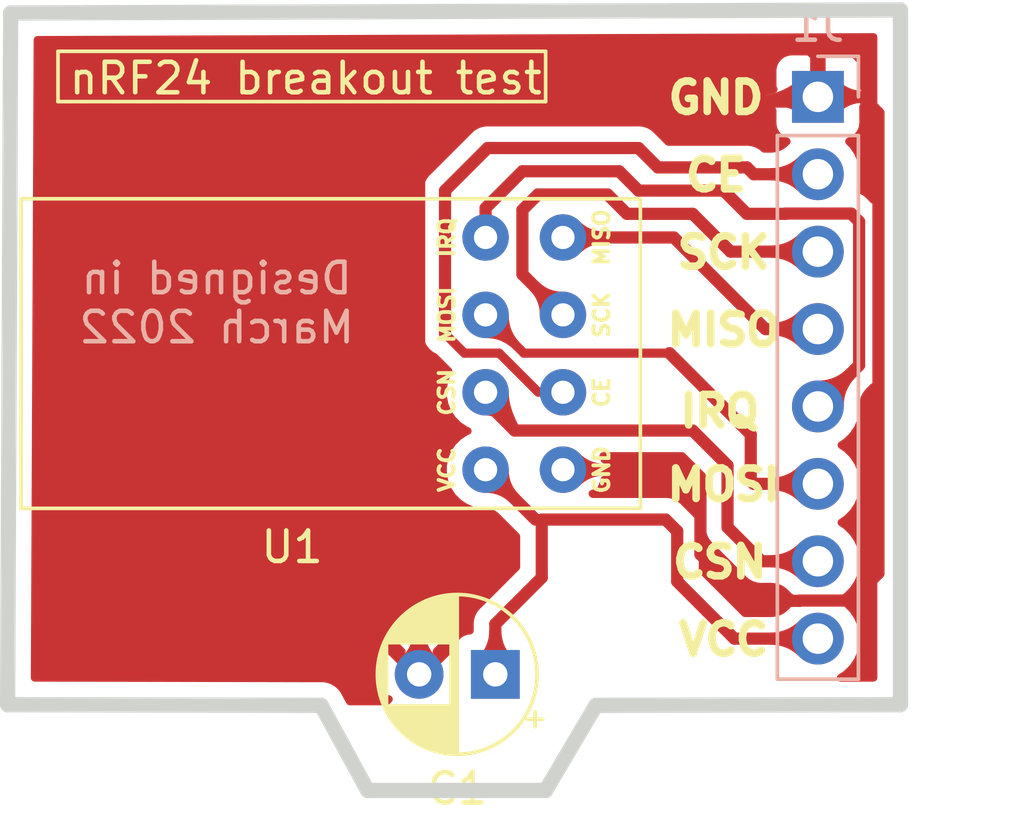
<source format=kicad_pcb>
(kicad_pcb (version 20171130) (host pcbnew 5.1.10)

  (general
    (thickness 1.6)
    (drawings 22)
    (tracks 75)
    (zones 0)
    (modules 3)
    (nets 9)
  )

  (page User 200 119.99)
  (title_block
    (title "nRF24 Breakout Board")
    (date 2022-02-23)
    (rev 1.0)
    (company ITS)
    (comment 1 "by Achmadi")
  )

  (layers
    (0 F.Cu signal)
    (31 B.Cu signal)
    (32 B.Adhes user)
    (33 F.Adhes user)
    (34 B.Paste user)
    (35 F.Paste user)
    (36 B.SilkS user)
    (37 F.SilkS user)
    (38 B.Mask user)
    (39 F.Mask user)
    (40 Dwgs.User user)
    (41 Cmts.User user)
    (42 Eco1.User user)
    (43 Eco2.User user)
    (44 Edge.Cuts user)
    (45 Margin user)
    (46 B.CrtYd user)
    (47 F.CrtYd user)
    (48 B.Fab user)
    (49 F.Fab user)
  )

  (setup
    (last_trace_width 0.4)
    (user_trace_width 0.3)
    (user_trace_width 0.4)
    (user_trace_width 0.5)
    (user_trace_width 0.6)
    (user_trace_width 0.8)
    (user_trace_width 1)
    (user_trace_width 1.2)
    (user_trace_width 1.6)
    (trace_clearance 0.2)
    (zone_clearance 0.508)
    (zone_45_only no)
    (trace_min 0.2)
    (via_size 0.8)
    (via_drill 0.4)
    (via_min_size 0.4)
    (via_min_drill 0.3)
    (user_via 0.8 0.4)
    (user_via 1.4 0.7)
    (uvia_size 0.3)
    (uvia_drill 0.1)
    (uvias_allowed no)
    (uvia_min_size 0.2)
    (uvia_min_drill 0.1)
    (edge_width 0.5)
    (segment_width 0.2)
    (pcb_text_width 0.3)
    (pcb_text_size 1.5 1.5)
    (mod_edge_width 0.12)
    (mod_text_size 1 1)
    (mod_text_width 0.15)
    (pad_size 1.524 1.524)
    (pad_drill 0.762)
    (pad_to_mask_clearance 0)
    (aux_axis_origin 0 0)
    (visible_elements FFFFEF7F)
    (pcbplotparams
      (layerselection 0x010f0_ffffffff)
      (usegerberextensions false)
      (usegerberattributes true)
      (usegerberadvancedattributes true)
      (creategerberjobfile true)
      (excludeedgelayer true)
      (linewidth 0.100000)
      (plotframeref false)
      (viasonmask false)
      (mode 1)
      (useauxorigin false)
      (hpglpennumber 1)
      (hpglpenspeed 20)
      (hpglpendiameter 15.000000)
      (psnegative false)
      (psa4output false)
      (plotreference true)
      (plotvalue true)
      (plotinvisibletext false)
      (padsonsilk false)
      (subtractmaskfromsilk false)
      (outputformat 1)
      (mirror false)
      (drillshape 0)
      (scaleselection 1)
      (outputdirectory "./gerber/"))
  )

  (net 0 "")
  (net 1 GND)
  (net 2 /CE)
  (net 3 /SCK)
  (net 4 /MISO)
  (net 5 /IRQ)
  (net 6 /MOSI)
  (net 7 /CSN)
  (net 8 VCC)

  (net_class Default "This is the default net class."
    (clearance 0.2)
    (trace_width 0.25)
    (via_dia 0.8)
    (via_drill 0.4)
    (uvia_dia 0.3)
    (uvia_drill 0.1)
    (add_net /CE)
    (add_net /CSN)
    (add_net /IRQ)
    (add_net /MISO)
    (add_net /MOSI)
    (add_net /SCK)
    (add_net GND)
    (add_net VCC)
  )

  (module Connector_PinHeader_2.54mm:PinHeader_1x08_P2.54mm_Vertical (layer B.Cu) (tedit 59FED5CC) (tstamp 6216AD7B)
    (at 101.390001 38.452001 180)
    (descr "Through hole straight pin header, 1x08, 2.54mm pitch, single row")
    (tags "Through hole pin header THT 1x08 2.54mm single row")
    (path /6216465A)
    (fp_text reference J1 (at 0 2.33) (layer B.SilkS)
      (effects (font (size 1 1) (thickness 0.15)) (justify mirror))
    )
    (fp_text value Conn_01x08_Male (at 0 -20.11) (layer B.Fab)
      (effects (font (size 1 1) (thickness 0.15)) (justify mirror))
    )
    (fp_line (start 1.8 1.8) (end -1.8 1.8) (layer B.CrtYd) (width 0.05))
    (fp_line (start 1.8 -19.55) (end 1.8 1.8) (layer B.CrtYd) (width 0.05))
    (fp_line (start -1.8 -19.55) (end 1.8 -19.55) (layer B.CrtYd) (width 0.05))
    (fp_line (start -1.8 1.8) (end -1.8 -19.55) (layer B.CrtYd) (width 0.05))
    (fp_line (start -1.33 1.33) (end 0 1.33) (layer B.SilkS) (width 0.12))
    (fp_line (start -1.33 0) (end -1.33 1.33) (layer B.SilkS) (width 0.12))
    (fp_line (start -1.33 -1.27) (end 1.33 -1.27) (layer B.SilkS) (width 0.12))
    (fp_line (start 1.33 -1.27) (end 1.33 -19.11) (layer B.SilkS) (width 0.12))
    (fp_line (start -1.33 -1.27) (end -1.33 -19.11) (layer B.SilkS) (width 0.12))
    (fp_line (start -1.33 -19.11) (end 1.33 -19.11) (layer B.SilkS) (width 0.12))
    (fp_line (start -1.27 0.635) (end -0.635 1.27) (layer B.Fab) (width 0.1))
    (fp_line (start -1.27 -19.05) (end -1.27 0.635) (layer B.Fab) (width 0.1))
    (fp_line (start 1.27 -19.05) (end -1.27 -19.05) (layer B.Fab) (width 0.1))
    (fp_line (start 1.27 1.27) (end 1.27 -19.05) (layer B.Fab) (width 0.1))
    (fp_line (start -0.635 1.27) (end 1.27 1.27) (layer B.Fab) (width 0.1))
    (fp_text user %R (at 0 -8.89 270) (layer B.Fab)
      (effects (font (size 1 1) (thickness 0.15)) (justify mirror))
    )
    (pad 1 thru_hole rect (at 0 0 180) (size 1.7 1.7) (drill 1) (layers *.Cu *.Mask)
      (net 1 GND))
    (pad 2 thru_hole oval (at 0 -2.54 180) (size 1.7 1.7) (drill 1) (layers *.Cu *.Mask)
      (net 2 /CE))
    (pad 3 thru_hole oval (at 0 -5.08 180) (size 1.7 1.7) (drill 1) (layers *.Cu *.Mask)
      (net 3 /SCK))
    (pad 4 thru_hole oval (at 0 -7.62 180) (size 1.7 1.7) (drill 1) (layers *.Cu *.Mask)
      (net 4 /MISO))
    (pad 5 thru_hole oval (at 0 -10.16 180) (size 1.7 1.7) (drill 1) (layers *.Cu *.Mask)
      (net 5 /IRQ))
    (pad 6 thru_hole oval (at 0 -12.7 180) (size 1.7 1.7) (drill 1) (layers *.Cu *.Mask)
      (net 6 /MOSI))
    (pad 7 thru_hole oval (at 0 -15.24 180) (size 1.7 1.7) (drill 1) (layers *.Cu *.Mask)
      (net 7 /CSN))
    (pad 8 thru_hole oval (at 0 -17.78 180) (size 1.7 1.7) (drill 1) (layers *.Cu *.Mask)
      (net 8 VCC))
    (model ${KISYS3DMOD}/Connector_PinHeader_2.54mm.3dshapes/PinHeader_1x08_P2.54mm_Vertical.wrl
      (at (xyz 0 0 0))
      (scale (xyz 1 1 1))
      (rotate (xyz 0 0 0))
    )
  )

  (module nnRF24:nnRF24 (layer F.Cu) (tedit 62164D95) (tstamp 6216AD95)
    (at 82.865 53.227)
    (descr "Generic nRF24 Module")
    (path /621671FF)
    (fp_text reference U1 (at 1.27 0) (layer F.SilkS)
      (effects (font (size 1 1) (thickness 0.15)))
    )
    (fp_text value nnRF24 (at 0 -6.35) (layer F.Fab)
      (effects (font (size 1 1) (thickness 0.15)))
    )
    (fp_line (start 12.7 -11.43) (end 5.08 -11.43) (layer F.SilkS) (width 0.12))
    (fp_line (start 5.08 -11.43) (end -2.54 -11.43) (layer F.SilkS) (width 0.12))
    (fp_line (start -2.54 -11.43) (end -7.62 -11.43) (layer F.SilkS) (width 0.12))
    (fp_line (start -7.62 -11.43) (end -7.62 -1.27) (layer F.SilkS) (width 0.12))
    (fp_line (start -7.62 -1.27) (end 12.7 -1.27) (layer F.SilkS) (width 0.12))
    (fp_line (start 12.7 -1.27) (end 12.7 -11.43) (layer F.SilkS) (width 0.12))
    (fp_text user VCC (at 6.35 -2.54 90) (layer F.SilkS)
      (effects (font (size 0.5 0.5) (thickness 0.125)))
    )
    (fp_text user CSN (at 6.35 -5.08 90) (layer F.SilkS)
      (effects (font (size 0.5 0.5) (thickness 0.125)))
    )
    (fp_text user MOSI (at 6.35 -7.62 90) (layer F.SilkS)
      (effects (font (size 0.5 0.5) (thickness 0.125)))
    )
    (fp_text user IRQ (at 6.35 -10.16 90) (layer F.SilkS)
      (effects (font (size 0.5 0.5) (thickness 0.125)))
    )
    (fp_text user MISO (at 11.43 -10.16 90) (layer F.SilkS)
      (effects (font (size 0.5 0.5) (thickness 0.125)))
    )
    (fp_text user SCK (at 11.43 -7.62 90) (layer F.SilkS)
      (effects (font (size 0.5 0.5) (thickness 0.125)))
    )
    (fp_text user CE (at 11.43 -5.08 90) (layer F.SilkS)
      (effects (font (size 0.5 0.5) (thickness 0.125)))
    )
    (fp_text user GND (at 11.43 -2.54 90) (layer F.SilkS)
      (effects (font (size 0.5 0.5) (thickness 0.125)))
    )
    (pad 1 thru_hole circle (at 10.16 -5.08) (size 1.524 1.524) (drill 0.762) (layers *.Cu *.Mask)
      (net 2 /CE))
    (pad 0 thru_hole circle (at 10.16 -2.54) (size 1.524 1.524) (drill 0.762) (layers *.Cu *.Mask)
      (net 1 GND))
    (pad 7 thru_hole circle (at 7.62 -2.54) (size 1.524 1.524) (drill 0.762) (layers *.Cu *.Mask)
      (net 8 VCC))
    (pad 6 thru_hole circle (at 7.62 -5.08) (size 1.524 1.524) (drill 0.762) (layers *.Cu *.Mask)
      (net 7 /CSN))
    (pad 5 thru_hole circle (at 7.62 -7.62) (size 1.524 1.524) (drill 0.762) (layers *.Cu *.Mask)
      (net 6 /MOSI))
    (pad 4 thru_hole circle (at 7.62 -10.16) (size 1.524 1.524) (drill 0.762) (layers *.Cu *.Mask)
      (net 5 /IRQ))
    (pad 3 thru_hole circle (at 10.16 -10.16) (size 1.524 1.524) (drill 0.762) (layers *.Cu *.Mask)
      (net 4 /MISO))
    (pad 2 thru_hole circle (at 10.16 -7.62) (size 1.524 1.524) (drill 0.762) (layers *.Cu *.Mask)
      (net 3 /SCK))
  )

  (module Capacitor_THT:CP_Radial_D5.0mm_P2.50mm (layer F.Cu) (tedit 5AE50EF0) (tstamp 6218341A)
    (at 90.805 57.404 180)
    (descr "CP, Radial series, Radial, pin pitch=2.50mm, , diameter=5mm, Electrolytic Capacitor")
    (tags "CP Radial series Radial pin pitch 2.50mm  diameter 5mm Electrolytic Capacitor")
    (path /6218497F)
    (fp_text reference C1 (at 1.25 -3.75) (layer F.SilkS)
      (effects (font (size 1 1) (thickness 0.15)))
    )
    (fp_text value 100nF (at 1.25 3.75) (layer F.Fab)
      (effects (font (size 1 1) (thickness 0.15)))
    )
    (fp_line (start -1.304775 -1.725) (end -1.304775 -1.225) (layer F.SilkS) (width 0.12))
    (fp_line (start -1.554775 -1.475) (end -1.054775 -1.475) (layer F.SilkS) (width 0.12))
    (fp_line (start 3.851 -0.284) (end 3.851 0.284) (layer F.SilkS) (width 0.12))
    (fp_line (start 3.811 -0.518) (end 3.811 0.518) (layer F.SilkS) (width 0.12))
    (fp_line (start 3.771 -0.677) (end 3.771 0.677) (layer F.SilkS) (width 0.12))
    (fp_line (start 3.731 -0.805) (end 3.731 0.805) (layer F.SilkS) (width 0.12))
    (fp_line (start 3.691 -0.915) (end 3.691 0.915) (layer F.SilkS) (width 0.12))
    (fp_line (start 3.651 -1.011) (end 3.651 1.011) (layer F.SilkS) (width 0.12))
    (fp_line (start 3.611 -1.098) (end 3.611 1.098) (layer F.SilkS) (width 0.12))
    (fp_line (start 3.571 -1.178) (end 3.571 1.178) (layer F.SilkS) (width 0.12))
    (fp_line (start 3.531 1.04) (end 3.531 1.251) (layer F.SilkS) (width 0.12))
    (fp_line (start 3.531 -1.251) (end 3.531 -1.04) (layer F.SilkS) (width 0.12))
    (fp_line (start 3.491 1.04) (end 3.491 1.319) (layer F.SilkS) (width 0.12))
    (fp_line (start 3.491 -1.319) (end 3.491 -1.04) (layer F.SilkS) (width 0.12))
    (fp_line (start 3.451 1.04) (end 3.451 1.383) (layer F.SilkS) (width 0.12))
    (fp_line (start 3.451 -1.383) (end 3.451 -1.04) (layer F.SilkS) (width 0.12))
    (fp_line (start 3.411 1.04) (end 3.411 1.443) (layer F.SilkS) (width 0.12))
    (fp_line (start 3.411 -1.443) (end 3.411 -1.04) (layer F.SilkS) (width 0.12))
    (fp_line (start 3.371 1.04) (end 3.371 1.5) (layer F.SilkS) (width 0.12))
    (fp_line (start 3.371 -1.5) (end 3.371 -1.04) (layer F.SilkS) (width 0.12))
    (fp_line (start 3.331 1.04) (end 3.331 1.554) (layer F.SilkS) (width 0.12))
    (fp_line (start 3.331 -1.554) (end 3.331 -1.04) (layer F.SilkS) (width 0.12))
    (fp_line (start 3.291 1.04) (end 3.291 1.605) (layer F.SilkS) (width 0.12))
    (fp_line (start 3.291 -1.605) (end 3.291 -1.04) (layer F.SilkS) (width 0.12))
    (fp_line (start 3.251 1.04) (end 3.251 1.653) (layer F.SilkS) (width 0.12))
    (fp_line (start 3.251 -1.653) (end 3.251 -1.04) (layer F.SilkS) (width 0.12))
    (fp_line (start 3.211 1.04) (end 3.211 1.699) (layer F.SilkS) (width 0.12))
    (fp_line (start 3.211 -1.699) (end 3.211 -1.04) (layer F.SilkS) (width 0.12))
    (fp_line (start 3.171 1.04) (end 3.171 1.743) (layer F.SilkS) (width 0.12))
    (fp_line (start 3.171 -1.743) (end 3.171 -1.04) (layer F.SilkS) (width 0.12))
    (fp_line (start 3.131 1.04) (end 3.131 1.785) (layer F.SilkS) (width 0.12))
    (fp_line (start 3.131 -1.785) (end 3.131 -1.04) (layer F.SilkS) (width 0.12))
    (fp_line (start 3.091 1.04) (end 3.091 1.826) (layer F.SilkS) (width 0.12))
    (fp_line (start 3.091 -1.826) (end 3.091 -1.04) (layer F.SilkS) (width 0.12))
    (fp_line (start 3.051 1.04) (end 3.051 1.864) (layer F.SilkS) (width 0.12))
    (fp_line (start 3.051 -1.864) (end 3.051 -1.04) (layer F.SilkS) (width 0.12))
    (fp_line (start 3.011 1.04) (end 3.011 1.901) (layer F.SilkS) (width 0.12))
    (fp_line (start 3.011 -1.901) (end 3.011 -1.04) (layer F.SilkS) (width 0.12))
    (fp_line (start 2.971 1.04) (end 2.971 1.937) (layer F.SilkS) (width 0.12))
    (fp_line (start 2.971 -1.937) (end 2.971 -1.04) (layer F.SilkS) (width 0.12))
    (fp_line (start 2.931 1.04) (end 2.931 1.971) (layer F.SilkS) (width 0.12))
    (fp_line (start 2.931 -1.971) (end 2.931 -1.04) (layer F.SilkS) (width 0.12))
    (fp_line (start 2.891 1.04) (end 2.891 2.004) (layer F.SilkS) (width 0.12))
    (fp_line (start 2.891 -2.004) (end 2.891 -1.04) (layer F.SilkS) (width 0.12))
    (fp_line (start 2.851 1.04) (end 2.851 2.035) (layer F.SilkS) (width 0.12))
    (fp_line (start 2.851 -2.035) (end 2.851 -1.04) (layer F.SilkS) (width 0.12))
    (fp_line (start 2.811 1.04) (end 2.811 2.065) (layer F.SilkS) (width 0.12))
    (fp_line (start 2.811 -2.065) (end 2.811 -1.04) (layer F.SilkS) (width 0.12))
    (fp_line (start 2.771 1.04) (end 2.771 2.095) (layer F.SilkS) (width 0.12))
    (fp_line (start 2.771 -2.095) (end 2.771 -1.04) (layer F.SilkS) (width 0.12))
    (fp_line (start 2.731 1.04) (end 2.731 2.122) (layer F.SilkS) (width 0.12))
    (fp_line (start 2.731 -2.122) (end 2.731 -1.04) (layer F.SilkS) (width 0.12))
    (fp_line (start 2.691 1.04) (end 2.691 2.149) (layer F.SilkS) (width 0.12))
    (fp_line (start 2.691 -2.149) (end 2.691 -1.04) (layer F.SilkS) (width 0.12))
    (fp_line (start 2.651 1.04) (end 2.651 2.175) (layer F.SilkS) (width 0.12))
    (fp_line (start 2.651 -2.175) (end 2.651 -1.04) (layer F.SilkS) (width 0.12))
    (fp_line (start 2.611 1.04) (end 2.611 2.2) (layer F.SilkS) (width 0.12))
    (fp_line (start 2.611 -2.2) (end 2.611 -1.04) (layer F.SilkS) (width 0.12))
    (fp_line (start 2.571 1.04) (end 2.571 2.224) (layer F.SilkS) (width 0.12))
    (fp_line (start 2.571 -2.224) (end 2.571 -1.04) (layer F.SilkS) (width 0.12))
    (fp_line (start 2.531 1.04) (end 2.531 2.247) (layer F.SilkS) (width 0.12))
    (fp_line (start 2.531 -2.247) (end 2.531 -1.04) (layer F.SilkS) (width 0.12))
    (fp_line (start 2.491 1.04) (end 2.491 2.268) (layer F.SilkS) (width 0.12))
    (fp_line (start 2.491 -2.268) (end 2.491 -1.04) (layer F.SilkS) (width 0.12))
    (fp_line (start 2.451 1.04) (end 2.451 2.29) (layer F.SilkS) (width 0.12))
    (fp_line (start 2.451 -2.29) (end 2.451 -1.04) (layer F.SilkS) (width 0.12))
    (fp_line (start 2.411 1.04) (end 2.411 2.31) (layer F.SilkS) (width 0.12))
    (fp_line (start 2.411 -2.31) (end 2.411 -1.04) (layer F.SilkS) (width 0.12))
    (fp_line (start 2.371 1.04) (end 2.371 2.329) (layer F.SilkS) (width 0.12))
    (fp_line (start 2.371 -2.329) (end 2.371 -1.04) (layer F.SilkS) (width 0.12))
    (fp_line (start 2.331 1.04) (end 2.331 2.348) (layer F.SilkS) (width 0.12))
    (fp_line (start 2.331 -2.348) (end 2.331 -1.04) (layer F.SilkS) (width 0.12))
    (fp_line (start 2.291 1.04) (end 2.291 2.365) (layer F.SilkS) (width 0.12))
    (fp_line (start 2.291 -2.365) (end 2.291 -1.04) (layer F.SilkS) (width 0.12))
    (fp_line (start 2.251 1.04) (end 2.251 2.382) (layer F.SilkS) (width 0.12))
    (fp_line (start 2.251 -2.382) (end 2.251 -1.04) (layer F.SilkS) (width 0.12))
    (fp_line (start 2.211 1.04) (end 2.211 2.398) (layer F.SilkS) (width 0.12))
    (fp_line (start 2.211 -2.398) (end 2.211 -1.04) (layer F.SilkS) (width 0.12))
    (fp_line (start 2.171 1.04) (end 2.171 2.414) (layer F.SilkS) (width 0.12))
    (fp_line (start 2.171 -2.414) (end 2.171 -1.04) (layer F.SilkS) (width 0.12))
    (fp_line (start 2.131 1.04) (end 2.131 2.428) (layer F.SilkS) (width 0.12))
    (fp_line (start 2.131 -2.428) (end 2.131 -1.04) (layer F.SilkS) (width 0.12))
    (fp_line (start 2.091 1.04) (end 2.091 2.442) (layer F.SilkS) (width 0.12))
    (fp_line (start 2.091 -2.442) (end 2.091 -1.04) (layer F.SilkS) (width 0.12))
    (fp_line (start 2.051 1.04) (end 2.051 2.455) (layer F.SilkS) (width 0.12))
    (fp_line (start 2.051 -2.455) (end 2.051 -1.04) (layer F.SilkS) (width 0.12))
    (fp_line (start 2.011 1.04) (end 2.011 2.468) (layer F.SilkS) (width 0.12))
    (fp_line (start 2.011 -2.468) (end 2.011 -1.04) (layer F.SilkS) (width 0.12))
    (fp_line (start 1.971 1.04) (end 1.971 2.48) (layer F.SilkS) (width 0.12))
    (fp_line (start 1.971 -2.48) (end 1.971 -1.04) (layer F.SilkS) (width 0.12))
    (fp_line (start 1.93 1.04) (end 1.93 2.491) (layer F.SilkS) (width 0.12))
    (fp_line (start 1.93 -2.491) (end 1.93 -1.04) (layer F.SilkS) (width 0.12))
    (fp_line (start 1.89 1.04) (end 1.89 2.501) (layer F.SilkS) (width 0.12))
    (fp_line (start 1.89 -2.501) (end 1.89 -1.04) (layer F.SilkS) (width 0.12))
    (fp_line (start 1.85 1.04) (end 1.85 2.511) (layer F.SilkS) (width 0.12))
    (fp_line (start 1.85 -2.511) (end 1.85 -1.04) (layer F.SilkS) (width 0.12))
    (fp_line (start 1.81 1.04) (end 1.81 2.52) (layer F.SilkS) (width 0.12))
    (fp_line (start 1.81 -2.52) (end 1.81 -1.04) (layer F.SilkS) (width 0.12))
    (fp_line (start 1.77 1.04) (end 1.77 2.528) (layer F.SilkS) (width 0.12))
    (fp_line (start 1.77 -2.528) (end 1.77 -1.04) (layer F.SilkS) (width 0.12))
    (fp_line (start 1.73 1.04) (end 1.73 2.536) (layer F.SilkS) (width 0.12))
    (fp_line (start 1.73 -2.536) (end 1.73 -1.04) (layer F.SilkS) (width 0.12))
    (fp_line (start 1.69 1.04) (end 1.69 2.543) (layer F.SilkS) (width 0.12))
    (fp_line (start 1.69 -2.543) (end 1.69 -1.04) (layer F.SilkS) (width 0.12))
    (fp_line (start 1.65 1.04) (end 1.65 2.55) (layer F.SilkS) (width 0.12))
    (fp_line (start 1.65 -2.55) (end 1.65 -1.04) (layer F.SilkS) (width 0.12))
    (fp_line (start 1.61 1.04) (end 1.61 2.556) (layer F.SilkS) (width 0.12))
    (fp_line (start 1.61 -2.556) (end 1.61 -1.04) (layer F.SilkS) (width 0.12))
    (fp_line (start 1.57 1.04) (end 1.57 2.561) (layer F.SilkS) (width 0.12))
    (fp_line (start 1.57 -2.561) (end 1.57 -1.04) (layer F.SilkS) (width 0.12))
    (fp_line (start 1.53 1.04) (end 1.53 2.565) (layer F.SilkS) (width 0.12))
    (fp_line (start 1.53 -2.565) (end 1.53 -1.04) (layer F.SilkS) (width 0.12))
    (fp_line (start 1.49 1.04) (end 1.49 2.569) (layer F.SilkS) (width 0.12))
    (fp_line (start 1.49 -2.569) (end 1.49 -1.04) (layer F.SilkS) (width 0.12))
    (fp_line (start 1.45 -2.573) (end 1.45 2.573) (layer F.SilkS) (width 0.12))
    (fp_line (start 1.41 -2.576) (end 1.41 2.576) (layer F.SilkS) (width 0.12))
    (fp_line (start 1.37 -2.578) (end 1.37 2.578) (layer F.SilkS) (width 0.12))
    (fp_line (start 1.33 -2.579) (end 1.33 2.579) (layer F.SilkS) (width 0.12))
    (fp_line (start 1.29 -2.58) (end 1.29 2.58) (layer F.SilkS) (width 0.12))
    (fp_line (start 1.25 -2.58) (end 1.25 2.58) (layer F.SilkS) (width 0.12))
    (fp_line (start -0.633605 -1.3375) (end -0.633605 -0.8375) (layer F.Fab) (width 0.1))
    (fp_line (start -0.883605 -1.0875) (end -0.383605 -1.0875) (layer F.Fab) (width 0.1))
    (fp_circle (center 1.25 0) (end 4 0) (layer F.CrtYd) (width 0.05))
    (fp_circle (center 1.25 0) (end 3.87 0) (layer F.SilkS) (width 0.12))
    (fp_circle (center 1.25 0) (end 3.75 0) (layer F.Fab) (width 0.1))
    (fp_text user %R (at 1.25 0) (layer F.Fab)
      (effects (font (size 1 1) (thickness 0.15)))
    )
    (pad 1 thru_hole rect (at 0 0 180) (size 1.6 1.6) (drill 0.8) (layers *.Cu *.Mask)
      (net 8 VCC))
    (pad 2 thru_hole circle (at 2.5 0 180) (size 1.6 1.6) (drill 0.8) (layers *.Cu *.Mask)
      (net 1 GND))
    (model ${KISYS3DMOD}/Capacitor_THT.3dshapes/CP_Radial_D5.0mm_P2.50mm.wrl
      (at (xyz 0 0 0))
      (scale (xyz 1 1 1))
      (rotate (xyz 0 0 0))
    )
  )

  (gr_text "Designed in\nMarch 2022" (at 81.661 45.212) (layer B.SilkS)
    (effects (font (size 1 1) (thickness 0.15)) (justify mirror))
  )
  (gr_line (start 76.454 38.608) (end 76.454 36.957) (layer F.SilkS) (width 0.12) (tstamp 621847F7))
  (gr_line (start 92.456 38.608) (end 76.454 38.608) (layer F.SilkS) (width 0.12))
  (gr_line (start 92.456 36.957) (end 92.456 38.608) (layer F.SilkS) (width 0.12))
  (gr_line (start 76.454 36.957) (end 92.456 36.957) (layer F.SilkS) (width 0.12))
  (gr_text "nRF24 breakout test" (at 84.582 37.846) (layer F.SilkS)
    (effects (font (size 1 1) (thickness 0.15)))
  )
  (gr_line (start 85.09 58.42) (end 74.8 58.4) (layer Edge.Cuts) (width 0.5) (tstamp 62183B08))
  (gr_line (start 86.614 61.214) (end 85.09 58.42) (layer Edge.Cuts) (width 0.5))
  (gr_line (start 92.456 61.214) (end 86.614 61.214) (layer Edge.Cuts) (width 0.5))
  (gr_line (start 94.107 58.42) (end 92.456 61.214) (layer Edge.Cuts) (width 0.5))
  (gr_line (start 104.1 58.4) (end 94.107 58.42) (layer Edge.Cuts) (width 0.5))
  (gr_text GND (at 98.044 38.481) (layer F.SilkS) (tstamp 6216B024)
    (effects (font (size 1 1) (thickness 0.25)))
  )
  (gr_text CE (at 98.044 41.021) (layer F.SilkS) (tstamp 6216B01F)
    (effects (font (size 1 1) (thickness 0.25)))
  )
  (gr_text SCK (at 98.298 43.561) (layer F.SilkS) (tstamp 6216B01D)
    (effects (font (size 1 1) (thickness 0.25)))
  )
  (gr_text MISO (at 98.298 46.101) (layer F.SilkS) (tstamp 6216B01B)
    (effects (font (size 1 1) (thickness 0.25)))
  )
  (gr_text IRQ (at 98.171 48.768) (layer F.SilkS) (tstamp 6216B019)
    (effects (font (size 1 1) (thickness 0.25)))
  )
  (gr_text MOSI (at 98.298 51.181) (layer F.SilkS) (tstamp 6216B017)
    (effects (font (size 1 1) (thickness 0.25)))
  )
  (gr_text CSN (at 98.171 53.721) (layer F.SilkS) (tstamp 6216B015)
    (effects (font (size 1 1) (thickness 0.25)))
  )
  (gr_text VCC (at 98.298 56.261) (layer F.SilkS)
    (effects (font (size 1 1) (thickness 0.25)))
  )
  (gr_line (start 74.8 58.4) (end 74.9 35.7) (layer Edge.Cuts) (width 0.5) (tstamp 6216AE82))
  (gr_line (start 104.1 35.6) (end 104.1 58.4) (layer Edge.Cuts) (width 0.5))
  (gr_line (start 74.9 35.7) (end 104.1 35.6) (layer Edge.Cuts) (width 0.5))

  (segment (start 103.378 53.721) (end 103.378 38.989) (width 0.4) (layer F.Cu) (net 1))
  (segment (start 102.841001 38.452001) (end 101.390001 38.452001) (width 0.4) (layer F.Cu) (net 1))
  (segment (start 103.378 38.989) (end 102.841001 38.452001) (width 0.4) (layer F.Cu) (net 1))
  (segment (start 88.305 57.404) (end 88.305 40.854) (width 0.4) (layer F.Cu) (net 1))
  (segment (start 88.305 40.854) (end 90.043 39.116) (width 0.4) (layer F.Cu) (net 1))
  (segment (start 90.043 39.116) (end 98.679 39.116) (width 0.4) (layer F.Cu) (net 1))
  (segment (start 98.679 39.116) (end 99.187 38.608) (width 0.4) (layer F.Cu) (net 1))
  (segment (start 101.234002 38.608) (end 101.390001 38.452001) (width 0.25) (layer F.Cu) (net 1))
  (segment (start 99.187 38.608) (end 101.234002 38.608) (width 0.4) (layer F.Cu) (net 1))
  (segment (start 102.48 54.982) (end 103.378 54.084) (width 0.4) (layer F.Cu) (net 1))
  (segment (start 100.79 54.982) (end 102.48 54.982) (width 0.4) (layer F.Cu) (net 1))
  (segment (start 100.781 54.991) (end 100.79 54.982) (width 0.4) (layer F.Cu) (net 1))
  (segment (start 97.536 53.467) (end 99.06 54.991) (width 0.4) (layer F.Cu) (net 1))
  (segment (start 103.378 54.084) (end 103.378 53.721) (width 0.4) (layer F.Cu) (net 1))
  (segment (start 99.06 54.991) (end 100.781 54.991) (width 0.4) (layer F.Cu) (net 1))
  (segment (start 97.536 51.181) (end 97.536 53.467) (width 0.4) (layer F.Cu) (net 1))
  (segment (start 97.042 50.687) (end 97.536 51.181) (width 0.4) (layer F.Cu) (net 1))
  (segment (start 93.025 50.687) (end 97.042 50.687) (width 0.4) (layer F.Cu) (net 1))
  (segment (start 93.025 48.147) (end 92.216 48.147) (width 0.25) (layer F.Cu) (net 2))
  (segment (start 92.216 48.147) (end 90.932 46.863) (width 0.3) (layer F.Cu) (net 2))
  (segment (start 90.932 46.863) (end 89.789 46.863) (width 0.3) (layer F.Cu) (net 2))
  (segment (start 89.789 46.863) (end 89.154 46.228) (width 0.3) (layer F.Cu) (net 2))
  (segment (start 89.154 46.228) (end 89.154 41.529) (width 0.4) (layer F.Cu) (net 2))
  (segment (start 89.154 41.529) (end 90.551 40.132) (width 0.4) (layer F.Cu) (net 2))
  (segment (start 90.551 40.132) (end 95.504 40.132) (width 0.4) (layer F.Cu) (net 2))
  (segment (start 95.504 40.132) (end 96.139 40.767) (width 0.4) (layer F.Cu) (net 2))
  (segment (start 96.139 40.767) (end 99.06 40.767) (width 0.4) (layer F.Cu) (net 2))
  (segment (start 99.285001 40.992001) (end 101.390001 40.992001) (width 0.4) (layer F.Cu) (net 2))
  (segment (start 99.06 40.767) (end 99.285001 40.992001) (width 0.4) (layer F.Cu) (net 2))
  (segment (start 93.025 45.607) (end 91.694 44.276) (width 0.4) (layer F.Cu) (net 3))
  (segment (start 91.694 44.276) (end 91.694 42.164) (width 0.4) (layer F.Cu) (net 3))
  (segment (start 91.694 42.164) (end 92.202 41.656) (width 0.4) (layer F.Cu) (net 3))
  (segment (start 92.202 41.656) (end 94.488 41.656) (width 0.4) (layer F.Cu) (net 3))
  (segment (start 94.488 41.656) (end 95.123 42.291) (width 0.4) (layer F.Cu) (net 3))
  (segment (start 95.123 42.291) (end 97.282 42.291) (width 0.4) (layer F.Cu) (net 3))
  (segment (start 98.523001 43.532001) (end 101.390001 43.532001) (width 0.4) (layer F.Cu) (net 3))
  (segment (start 97.282 42.291) (end 98.523001 43.532001) (width 0.4) (layer F.Cu) (net 3))
  (segment (start 93.025 43.067) (end 96.661 43.067) (width 0.4) (layer F.Cu) (net 4))
  (segment (start 99.666001 46.072001) (end 101.390001 46.072001) (width 0.4) (layer F.Cu) (net 4))
  (segment (start 96.661 43.067) (end 99.666001 46.072001) (width 0.4) (layer F.Cu) (net 4))
  (segment (start 102.743 42.545) (end 102.743 47.259002) (width 0.4) (layer F.Cu) (net 5))
  (segment (start 100.339 42.282) (end 102.48 42.282) (width 0.4) (layer F.Cu) (net 5))
  (segment (start 99.06 42.291) (end 100.33 42.291) (width 0.4) (layer F.Cu) (net 5))
  (segment (start 100.33 42.291) (end 100.339 42.282) (width 0.4) (layer F.Cu) (net 5))
  (segment (start 98.298 41.529) (end 99.06 42.291) (width 0.4) (layer F.Cu) (net 5))
  (segment (start 102.743 47.259002) (end 101.390001 48.612001) (width 0.4) (layer F.Cu) (net 5))
  (segment (start 95.504 41.529) (end 98.298 41.529) (width 0.4) (layer F.Cu) (net 5))
  (segment (start 91.694 40.894) (end 94.869 40.894) (width 0.4) (layer F.Cu) (net 5))
  (segment (start 90.485 42.103) (end 91.694 40.894) (width 0.4) (layer F.Cu) (net 5))
  (segment (start 102.48 42.282) (end 102.743 42.545) (width 0.4) (layer F.Cu) (net 5))
  (segment (start 94.869 40.894) (end 95.504 41.529) (width 0.4) (layer F.Cu) (net 5))
  (segment (start 90.485 43.067) (end 90.485 42.103) (width 0.4) (layer F.Cu) (net 5))
  (segment (start 90.485 45.607) (end 91.741 46.863) (width 0.3) (layer F.Cu) (net 6))
  (segment (start 96.52 46.863) (end 99.187 49.53) (width 0.4) (layer F.Cu) (net 6))
  (segment (start 99.187 49.53) (end 99.187 51.054) (width 0.4) (layer F.Cu) (net 6))
  (segment (start 99.285001 51.152001) (end 101.390001 51.152001) (width 0.4) (layer F.Cu) (net 6))
  (segment (start 99.187 51.054) (end 99.285001 51.152001) (width 0.4) (layer F.Cu) (net 6))
  (segment (start 91.741 46.863) (end 96.52 46.863) (width 0.3) (layer F.Cu) (net 6))
  (segment (start 90.485 48.147) (end 90.485 48.448) (width 0.25) (layer F.Cu) (net 7))
  (segment (start 90.485 48.448) (end 91.44 49.403) (width 0.4) (layer F.Cu) (net 7))
  (segment (start 91.44 49.403) (end 97.282 49.403) (width 0.4) (layer F.Cu) (net 7))
  (segment (start 97.282 49.403) (end 98.425 50.546) (width 0.4) (layer F.Cu) (net 7))
  (segment (start 98.425 50.546) (end 98.425 52.578) (width 0.4) (layer F.Cu) (net 7))
  (segment (start 99.539001 53.692001) (end 101.390001 53.692001) (width 0.4) (layer F.Cu) (net 7))
  (segment (start 98.425 52.578) (end 99.539001 53.692001) (width 0.4) (layer F.Cu) (net 7))
  (segment (start 90.485 50.687) (end 92.122 52.324) (width 0.4) (layer F.Cu) (net 8))
  (segment (start 96.393 52.324) (end 96.774 52.705) (width 0.4) (layer F.Cu) (net 8))
  (segment (start 96.774 52.705) (end 96.774 54.356) (width 0.4) (layer F.Cu) (net 8))
  (segment (start 98.650001 56.232001) (end 101.390001 56.232001) (width 0.4) (layer F.Cu) (net 8))
  (segment (start 96.774 54.356) (end 98.650001 56.232001) (width 0.4) (layer F.Cu) (net 8))
  (segment (start 90.805 57.404) (end 90.805 55.753) (width 0.4) (layer F.Cu) (net 8))
  (segment (start 92.329 54.229) (end 92.329 52.324) (width 0.4) (layer F.Cu) (net 8))
  (segment (start 90.805 55.753) (end 92.329 54.229) (width 0.4) (layer F.Cu) (net 8))
  (segment (start 92.329 52.324) (end 96.393 52.324) (width 0.4) (layer F.Cu) (net 8))
  (segment (start 92.122 52.324) (end 92.329 52.324) (width 0.25) (layer F.Cu) (net 8))

  (zone (net 1) (net_name GND) (layer F.Cu) (tstamp 6218487F) (hatch edge 0.508)
    (connect_pads (clearance 0.508))
    (min_thickness 0.254)
    (fill yes (arc_segments 32) (thermal_gap 0.508) (thermal_bridge_width 0.508))
    (polygon
      (pts
        (xy 104.14 58.42) (xy 74.93 58.42) (xy 74.93 35.687) (xy 104.14 35.687)
      )
    )
    (filled_polygon
      (pts
        (xy 103.215 41.836133) (xy 103.099446 41.720579) (xy 103.073291 41.688709) (xy 102.946146 41.584364) (xy 102.801087 41.506828)
        (xy 102.786 41.502252) (xy 102.817933 41.425159) (xy 102.875001 41.138261) (xy 102.875001 40.845741) (xy 102.817933 40.558843)
        (xy 102.705991 40.28859) (xy 102.543476 40.045369) (xy 102.411621 39.913514) (xy 102.484181 39.891503) (xy 102.594495 39.832538)
        (xy 102.691186 39.753186) (xy 102.770538 39.656495) (xy 102.829503 39.546181) (xy 102.865813 39.426483) (xy 102.878073 39.302001)
        (xy 102.875197 38.773704) (xy 102.889602 38.769334) (xy 102.911558 38.757598) (xy 102.930804 38.741804) (xy 102.946598 38.722558)
        (xy 102.958334 38.700602) (xy 102.965561 38.676777) (xy 102.968001 38.652001) (xy 102.968001 38.252001) (xy 102.966521 38.23267)
        (xy 102.960338 38.208553) (xy 102.949569 38.186107) (xy 102.934627 38.166192) (xy 102.916088 38.149575) (xy 102.894663 38.136895)
        (xy 102.875198 38.130052) (xy 102.878073 37.602001) (xy 102.865813 37.477519) (xy 102.829503 37.357821) (xy 102.770538 37.247507)
        (xy 102.691186 37.150816) (xy 102.594495 37.071464) (xy 102.484181 37.012499) (xy 102.364483 36.976189) (xy 102.240001 36.963929)
        (xy 101.675751 36.967001) (xy 101.517001 37.125751) (xy 101.517001 37.987156) (xy 101.390001 38.060376) (xy 101.263001 37.987156)
        (xy 101.263001 37.125751) (xy 101.104251 36.967001) (xy 100.540001 36.963929) (xy 100.415519 36.976189) (xy 100.295821 37.012499)
        (xy 100.185507 37.071464) (xy 100.088816 37.150816) (xy 100.009464 37.247507) (xy 99.950499 37.357821) (xy 99.914189 37.477519)
        (xy 99.901929 37.602001) (xy 99.905001 38.166251) (xy 99.941516 38.202766) (xy 99.906006 38.214643) (xy 99.775723 38.251429)
        (xy 99.635686 38.284377) (xy 99.616171 38.290668) (xy 99.594215 38.302404) (xy 99.574969 38.318198) (xy 99.559175 38.337444)
        (xy 99.547439 38.3594) (xy 99.540212 38.383225) (xy 99.537772 38.408001) (xy 99.537772 38.807999) (xy 99.539779 38.830491)
        (xy 99.546569 38.854443) (xy 99.557901 38.876611) (xy 99.57334 38.896142) (xy 99.592293 38.912286) (xy 99.614031 38.924422)
        (xy 99.637719 38.932084) (xy 99.662447 38.934978) (xy 99.687264 38.932992) (xy 99.825636 38.908093) (xy 99.90412 38.899621)
        (xy 99.901929 39.302001) (xy 99.914189 39.426483) (xy 99.950499 39.546181) (xy 100.009464 39.656495) (xy 100.088816 39.753186)
        (xy 100.185507 39.832538) (xy 100.295821 39.891503) (xy 100.368381 39.913514) (xy 100.339039 39.942856) (xy 100.285215 39.993787)
        (xy 100.241416 40.029191) (xy 100.197658 40.05905) (xy 100.153275 40.08421) (xy 100.107419 40.105329) (xy 100.05906 40.122854)
        (xy 100.007119 40.136954) (xy 99.950567 40.147529) (xy 99.888559 40.154247) (xy 99.809715 40.157001) (xy 99.632932 40.157001)
        (xy 99.526146 40.069364) (xy 99.381087 39.991828) (xy 99.223689 39.944082) (xy 99.101019 39.932) (xy 99.101018 39.932)
        (xy 99.06 39.92796) (xy 99.018982 39.932) (xy 96.484868 39.932) (xy 96.123445 39.570578) (xy 96.097291 39.538709)
        (xy 95.970146 39.434364) (xy 95.825087 39.356828) (xy 95.667689 39.309082) (xy 95.545019 39.297) (xy 95.545018 39.297)
        (xy 95.504 39.29296) (xy 95.462982 39.297) (xy 90.592007 39.297) (xy 90.550999 39.292961) (xy 90.509991 39.297)
        (xy 90.509981 39.297) (xy 90.387311 39.309082) (xy 90.229913 39.356828) (xy 90.084854 39.434364) (xy 89.957709 39.538709)
        (xy 89.931558 39.570574) (xy 88.592574 40.909559) (xy 88.56071 40.935709) (xy 88.479907 41.034168) (xy 88.456364 41.062855)
        (xy 88.378828 41.207914) (xy 88.331082 41.365312) (xy 88.31496 41.529) (xy 88.319001 41.570028) (xy 88.319 46.269018)
        (xy 88.331082 46.391688) (xy 88.378828 46.549086) (xy 88.456364 46.694145) (xy 88.560709 46.821291) (xy 88.687854 46.925636)
        (xy 88.803056 46.987213) (xy 89.206653 47.39081) (xy 89.231236 47.420764) (xy 89.269252 47.451963) (xy 89.246995 47.485273)
        (xy 89.141686 47.73951) (xy 89.088 48.009408) (xy 89.088 48.284592) (xy 89.141686 48.55449) (xy 89.246995 48.808727)
        (xy 89.39988 49.037535) (xy 89.594465 49.23212) (xy 89.823273 49.385005) (xy 89.900515 49.417) (xy 89.823273 49.448995)
        (xy 89.594465 49.60188) (xy 89.39988 49.796465) (xy 89.246995 50.025273) (xy 89.141686 50.27951) (xy 89.088 50.549408)
        (xy 89.088 50.824592) (xy 89.141686 51.09449) (xy 89.246995 51.348727) (xy 89.39988 51.577535) (xy 89.594465 51.77212)
        (xy 89.823273 51.925005) (xy 90.07751 52.030314) (xy 90.347408 52.084) (xy 90.485259 52.084) (xy 90.542413 52.085581)
        (xy 90.581834 52.089762) (xy 90.617768 52.096552) (xy 90.651308 52.10583) (xy 90.683493 52.117724) (xy 90.715384 52.132656)
        (xy 90.747868 52.151277) (xy 90.781585 52.174377) (xy 90.816891 52.202786) (xy 90.861781 52.244649) (xy 91.494001 52.87687)
        (xy 91.494 53.883132) (xy 90.243574 55.133559) (xy 90.21171 55.159709) (xy 90.185562 55.191571) (xy 90.107364 55.286855)
        (xy 90.029828 55.431914) (xy 89.982082 55.589312) (xy 89.96596 55.753) (xy 89.970001 55.794028) (xy 89.970001 55.944368)
        (xy 89.969125 55.969461) (xy 89.880518 55.978188) (xy 89.76082 56.014498) (xy 89.650506 56.073463) (xy 89.553815 56.152815)
        (xy 89.474463 56.249506) (xy 89.415498 56.35982) (xy 89.379188 56.479518) (xy 89.366928 56.604) (xy 89.366928 56.611215)
        (xy 89.297702 56.590903) (xy 88.95125 56.937355) (xy 88.975024 56.896119) (xy 88.980945 56.88451) (xy 88.988828 56.860894)
        (xy 88.991952 56.836194) (xy 88.990197 56.81136) (xy 88.983631 56.787345) (xy 88.972505 56.765073) (xy 88.957249 56.745398)
        (xy 88.892253 56.676707) (xy 88.874568 56.654827) (xy 89.118097 56.411298) (xy 89.046514 56.167329) (xy 88.791004 56.046429)
        (xy 88.633876 56.007043) (xy 88.631923 55.951052) (xy 88.62956 55.930704) (xy 88.622333 55.906879) (xy 88.610597 55.884923)
        (xy 88.594803 55.865677) (xy 88.575557 55.849883) (xy 88.553601 55.838147) (xy 88.529776 55.83092) (xy 88.505 55.82848)
        (xy 88.105 55.82848) (xy 88.084583 55.830132) (xy 88.060521 55.836524) (xy 88.038169 55.847487) (xy 88.018384 55.8626)
        (xy 88.001929 55.881282) (xy 87.989434 55.902816) (xy 87.98138 55.926374) (xy 87.978077 55.95105) (xy 87.976298 56.002038)
        (xy 87.95487 56.005213) (xy 87.688708 56.100397) (xy 87.563486 56.167329) (xy 87.491903 56.411298) (xy 87.735431 56.654826)
        (xy 87.717746 56.676707) (xy 87.65275 56.745399) (xy 87.644291 56.755312) (xy 87.631131 56.776446) (xy 87.622347 56.799741)
        (xy 87.618277 56.824303) (xy 87.619076 56.849186) (xy 87.624715 56.873436) (xy 87.634976 56.896119) (xy 87.65875 56.937355)
        (xy 87.312298 56.590903) (xy 87.068329 56.662486) (xy 86.947429 56.917996) (xy 86.8787 57.192184) (xy 86.864783 57.474512)
        (xy 86.906213 57.75413) (xy 87.001397 58.020292) (xy 87.068329 58.145514) (xy 87.312296 58.217097) (xy 87.236393 58.293)
        (xy 86.02882 58.293) (xy 85.869109 58.000197) (xy 85.830369 57.92738) (xy 85.799802 57.889987) (xy 85.77262 57.850042)
        (xy 85.744756 57.822647) (xy 85.720037 57.792407) (xy 85.682756 57.761689) (xy 85.648309 57.727822) (xy 85.615649 57.706397)
        (xy 85.585494 57.681551) (xy 85.542934 57.658696) (xy 85.502544 57.6322) (xy 85.466322 57.617555) (xy 85.431908 57.599074)
        (xy 85.385711 57.584962) (xy 85.340925 57.566854) (xy 85.302549 57.559558) (xy 85.265184 57.548144) (xy 85.217116 57.543316)
        (xy 85.169663 57.534294) (xy 85.087147 57.534994) (xy 75.688899 57.516727) (xy 75.781122 36.581987) (xy 103.215 36.488035)
      )
    )
    (filled_polygon
      (pts
        (xy 103.215001 57.51677) (xy 102.136909 57.518927) (xy 102.336633 57.385476) (xy 102.543476 57.178633) (xy 102.705991 56.935412)
        (xy 102.817933 56.665159) (xy 102.875001 56.378261) (xy 102.875001 56.085741) (xy 102.817933 55.798843) (xy 102.705991 55.52859)
        (xy 102.543476 55.285369) (xy 102.336633 55.078526) (xy 102.162241 54.962001) (xy 102.336633 54.845476) (xy 102.543476 54.638633)
        (xy 102.705991 54.395412) (xy 102.817933 54.125159) (xy 102.875001 53.838261) (xy 102.875001 53.545741) (xy 102.817933 53.258843)
        (xy 102.705991 52.98859) (xy 102.543476 52.745369) (xy 102.336633 52.538526) (xy 102.162241 52.422001) (xy 102.336633 52.305476)
        (xy 102.543476 52.098633) (xy 102.705991 51.855412) (xy 102.817933 51.585159) (xy 102.875001 51.298261) (xy 102.875001 51.005741)
        (xy 102.817933 50.718843) (xy 102.705991 50.44859) (xy 102.543476 50.205369) (xy 102.336633 49.998526) (xy 102.162241 49.882001)
        (xy 102.336633 49.765476) (xy 102.543476 49.558633) (xy 102.705991 49.315412) (xy 102.817933 49.045159) (xy 102.875001 48.758261)
        (xy 102.875001 48.610715) (xy 102.877047 48.536636) (xy 102.882982 48.480641) (xy 102.89281 48.428578) (xy 102.906401 48.379414)
        (xy 102.923897 48.332044) (xy 102.945694 48.28547) (xy 102.972459 48.23876) (xy 103.004961 48.191305) (xy 103.044059 48.142706)
        (xy 103.097885 48.084986) (xy 103.215001 47.96787)
      )
    )
    (filled_polygon
      (pts
        (xy 97.649828 52.899086) (xy 97.727364 53.044145) (xy 97.727365 53.044146) (xy 97.83171 53.171291) (xy 97.863574 53.197441)
        (xy 98.919559 54.253427) (xy 98.94571 54.285292) (xy 99.072855 54.389637) (xy 99.217914 54.467173) (xy 99.375312 54.514919)
        (xy 99.497982 54.527001) (xy 99.497992 54.527001) (xy 99.539 54.53104) (xy 99.580008 54.527001) (xy 99.809724 54.527001)
        (xy 99.888559 54.529754) (xy 99.950567 54.536472) (xy 100.007119 54.547047) (xy 100.05906 54.561147) (xy 100.107419 54.578672)
        (xy 100.153275 54.599791) (xy 100.197658 54.624951) (xy 100.241416 54.65481) (xy 100.285214 54.690214) (xy 100.339036 54.741143)
        (xy 100.443369 54.845476) (xy 100.617761 54.962001) (xy 100.443369 55.078526) (xy 100.339039 55.182856) (xy 100.285215 55.233787)
        (xy 100.241416 55.269191) (xy 100.197658 55.29905) (xy 100.153275 55.32421) (xy 100.107419 55.345329) (xy 100.05906 55.362854)
        (xy 100.007119 55.376954) (xy 99.950567 55.387529) (xy 99.888559 55.394247) (xy 99.809715 55.397001) (xy 98.995869 55.397001)
        (xy 97.609 54.010133) (xy 97.609 52.764494)
      )
    )
    (filled_polygon
      (pts
        (xy 97.59 50.891868) (xy 97.590001 52.518508) (xy 97.549172 52.383913) (xy 97.471636 52.238854) (xy 97.367291 52.111709)
        (xy 97.335422 52.085555) (xy 97.012446 51.762579) (xy 96.986291 51.730709) (xy 96.859146 51.626364) (xy 96.714087 51.548828)
        (xy 96.556689 51.501082) (xy 96.434019 51.489) (xy 96.434018 51.489) (xy 96.393 51.48496) (xy 96.351982 51.489)
        (xy 94.006608 51.489) (xy 93.990567 51.472959) (xy 94.230656 51.40598) (xy 94.347756 51.156952) (xy 94.383217 51.014027)
        (xy 94.386208 51.013923) (xy 94.406556 51.01156) (xy 94.430381 51.004333) (xy 94.452337 50.992597) (xy 94.471583 50.976803)
        (xy 94.487377 50.957557) (xy 94.499113 50.935601) (xy 94.50634 50.911776) (xy 94.50878 50.887) (xy 94.50878 50.487)
        (xy 94.507128 50.466581) (xy 94.500736 50.442519) (xy 94.489772 50.420167) (xy 94.474659 50.400383) (xy 94.455976 50.383927)
        (xy 94.434442 50.371433) (xy 94.410884 50.36338) (xy 94.388562 50.360392) (xy 94.385922 50.342867) (xy 94.348135 50.238)
        (xy 96.936133 50.238)
      )
    )
  )
  (zone (net 1) (net_name GND) (layer F.Cu) (tstamp 6218487C) (hatch edge 0.508)
    (priority 16962)
    (connect_pads yes (clearance 0.2))
    (min_thickness 0.0254)
    (fill yes (arc_segments 32) (thermal_gap 0.508) (thermal_bridge_width 0.508))
    (polygon
      (pts
        (xy 102.841001 38.252001) (xy 102.750336 38.248051) (xy 102.661065 38.236201) (xy 102.573186 38.216451) (xy 102.486699 38.188801)
        (xy 102.401605 38.153251) (xy 102.317903 38.109801) (xy 102.235594 38.058451) (xy 102.154677 37.999201) (xy 102.075153 37.932051)
        (xy 101.997022 37.857001) (xy 100.965001 38.452001) (xy 101.997022 39.047001) (xy 102.075153 38.97195) (xy 102.154677 38.9048)
        (xy 102.235594 38.84555) (xy 102.317903 38.7942) (xy 102.401605 38.75075) (xy 102.486699 38.7152) (xy 102.573186 38.68755)
        (xy 102.661065 38.6678) (xy 102.750336 38.65595) (xy 102.841001 38.652001)
      )
    )
    (filled_polygon
      (pts
        (xy 102.066355 37.94121) (xy 102.066959 37.941754) (xy 102.146483 38.008904) (xy 102.147174 38.009448) (xy 102.228091 38.068698)
        (xy 102.228872 38.069226) (xy 102.311181 38.120576) (xy 102.312052 38.121073) (xy 102.395754 38.164523) (xy 102.396709 38.164969)
        (xy 102.481803 38.200519) (xy 102.482832 38.200898) (xy 102.569319 38.228548) (xy 102.570401 38.228842) (xy 102.65828 38.248592)
        (xy 102.659394 38.248791) (xy 102.748665 38.260641) (xy 102.749783 38.260739) (xy 102.828301 38.26416) (xy 102.828301 38.639842)
        (xy 102.749783 38.643262) (xy 102.748665 38.64336) (xy 102.659394 38.65521) (xy 102.65828 38.655409) (xy 102.570401 38.675159)
        (xy 102.569319 38.675453) (xy 102.482832 38.703103) (xy 102.481803 38.703482) (xy 102.396709 38.739032) (xy 102.395754 38.739478)
        (xy 102.312052 38.782928) (xy 102.311181 38.783425) (xy 102.228872 38.834775) (xy 102.228091 38.835303) (xy 102.147174 38.894553)
        (xy 102.146483 38.895097) (xy 102.066959 38.962247) (xy 102.066355 38.962791) (xy 101.995102 39.031235) (xy 100.990427 38.452001)
        (xy 101.995102 37.872767)
      )
    )
  )
  (zone (net 1) (net_name GND) (layer F.Cu) (tstamp 62184879) (hatch edge 0.508)
    (priority 16962)
    (connect_pads yes (clearance 0.2))
    (min_thickness 0.0254)
    (fill yes (arc_segments 32) (thermal_gap 0.508) (thermal_bridge_width 0.508))
    (polygon
      (pts
        (xy 88.105 55.95548) (xy 88.1014 56.058632) (xy 88.0906 56.158355) (xy 88.0726 56.254649) (xy 88.0474 56.347514)
        (xy 88.015 56.436949) (xy 87.9754 56.522955) (xy 87.9286 56.605532) (xy 87.8746 56.684679) (xy 87.8134 56.760397)
        (xy 87.745 56.832686) (xy 88.305 57.804) (xy 88.865 56.832686) (xy 88.796599 56.760397) (xy 88.735399 56.684679)
        (xy 88.681399 56.605532) (xy 88.634599 56.522955) (xy 88.594999 56.436949) (xy 88.562599 56.347514) (xy 88.537399 56.254649)
        (xy 88.519399 56.158355) (xy 88.508599 56.058632) (xy 88.505 55.95548)
      )
    )
    (filled_polygon
      (pts
        (xy 88.495907 56.059075) (xy 88.495973 56.059999) (xy 88.506773 56.159722) (xy 88.506915 56.160689) (xy 88.524915 56.256983)
        (xy 88.525142 56.257975) (xy 88.550342 56.35084) (xy 88.550658 56.35184) (xy 88.583058 56.441275) (xy 88.583463 56.442261)
        (xy 88.623063 56.528267) (xy 88.62355 56.529217) (xy 88.67035 56.611794) (xy 88.670908 56.61269) (xy 88.724908 56.691837)
        (xy 88.725522 56.692662) (xy 88.786722 56.76838) (xy 88.787374 56.769126) (xy 88.849271 56.834542) (xy 88.305 57.778574)
        (xy 87.760729 56.834541) (xy 87.822625 56.769126) (xy 87.823277 56.76838) (xy 87.884477 56.692662) (xy 87.885091 56.691837)
        (xy 87.939091 56.61269) (xy 87.939649 56.611794) (xy 87.986449 56.529217) (xy 87.986936 56.528267) (xy 88.026536 56.442261)
        (xy 88.026941 56.441275) (xy 88.059341 56.35184) (xy 88.059657 56.35084) (xy 88.084857 56.257975) (xy 88.085084 56.256983)
        (xy 88.103084 56.160689) (xy 88.103226 56.159722) (xy 88.114026 56.059999) (xy 88.114092 56.059075) (xy 88.117264 55.96818)
        (xy 88.492736 55.96818)
      )
    )
  )
  (zone (net 1) (net_name GND) (layer F.Cu) (tstamp 62184876) (hatch edge 0.508)
    (priority 16962)
    (connect_pads yes (clearance 0.2))
    (min_thickness 0.0254)
    (fill yes (arc_segments 32) (thermal_gap 0.508) (thermal_bridge_width 0.508))
    (polygon
      (pts
        (xy 99.664772 38.807999) (xy 99.807539 38.782309) (xy 99.94343 38.767639) (xy 100.072443 38.763989) (xy 100.19458 38.771359)
        (xy 100.309839 38.78975) (xy 100.418221 38.81916) (xy 100.519726 38.85959) (xy 100.614355 38.91104) (xy 100.702106 38.97351)
        (xy 100.78298 39.047001) (xy 101.815001 38.452001) (xy 100.78298 37.857001) (xy 100.702106 37.933611) (xy 100.614355 38.005441)
        (xy 100.519726 38.072491) (xy 100.418221 38.134761) (xy 100.309839 38.192251) (xy 100.19458 38.244961) (xy 100.072443 38.292891)
        (xy 99.94343 38.336041) (xy 99.807539 38.374411) (xy 99.664772 38.408001)
      )
    )
    (filled_polygon
      (pts
        (xy 101.789575 38.452001) (xy 100.784664 39.031371) (xy 100.710647 38.964111) (xy 100.709471 38.963164) (xy 100.62172 38.900694)
        (xy 100.620421 38.899883) (xy 100.525792 38.848433) (xy 100.524425 38.847791) (xy 100.42292 38.807361) (xy 100.421547 38.806903)
        (xy 100.313165 38.777493) (xy 100.31184 38.777209) (xy 100.196581 38.758818) (xy 100.195345 38.758682) (xy 100.073208 38.751312)
        (xy 100.072084 38.751294) (xy 99.943071 38.754944) (xy 99.942067 38.755012) (xy 99.806176 38.769682) (xy 99.80529 38.76981)
        (xy 99.677472 38.79281) (xy 99.677472 38.418059) (xy 99.810448 38.386773) (xy 99.81099 38.386633) (xy 99.946881 38.348263)
        (xy 99.947458 38.348085) (xy 100.076471 38.304935) (xy 100.077082 38.304713) (xy 100.199219 38.256783) (xy 100.199862 38.256511)
        (xy 100.315121 38.203801) (xy 100.31579 38.20347) (xy 100.424172 38.14598) (xy 100.424862 38.145586) (xy 100.526367 38.083316)
        (xy 100.527068 38.082853) (xy 100.621697 38.015803) (xy 100.622399 38.015268) (xy 100.71015 37.943438) (xy 100.71084 37.942831)
        (xy 100.78484 37.872732)
      )
    )
  )
  (zone (net 1) (net_name GND) (layer F.Cu) (tstamp 62184873) (hatch edge 0.508)
    (priority 16962)
    (connect_pads yes (clearance 0.2))
    (min_thickness 0.0254)
    (fill yes (arc_segments 32) (thermal_gap 0.508) (thermal_bridge_width 0.508))
    (polygon
      (pts
        (xy 94.38178 50.487) (xy 94.286208 50.483666) (xy 94.193817 50.473664) (xy 94.104607 50.456994) (xy 94.018576 50.433656)
        (xy 93.935726 50.40365) (xy 93.856055 50.366976) (xy 93.779565 50.323634) (xy 93.706255 50.273624) (xy 93.636125 50.216946)
        (xy 93.569176 50.1536) (xy 92.644 50.687) (xy 93.569176 51.2204) (xy 93.636125 51.157054) (xy 93.706255 51.100376)
        (xy 93.779565 51.050366) (xy 93.856055 51.007024) (xy 93.935726 50.97035) (xy 94.018576 50.940344) (xy 94.104607 50.917006)
        (xy 94.193817 50.900336) (xy 94.286208 50.890334) (xy 94.38178 50.887)
      )
    )
    (filled_polygon
      (pts
        (xy 93.627396 50.226171) (xy 93.628142 50.226823) (xy 93.698272 50.283501) (xy 93.699098 50.284115) (xy 93.772408 50.334125)
        (xy 93.773304 50.334683) (xy 93.849794 50.378025) (xy 93.850745 50.378512) (xy 93.930416 50.415186) (xy 93.931401 50.415591)
        (xy 94.014251 50.445597) (xy 94.015251 50.445913) (xy 94.101282 50.469251) (xy 94.102274 50.469478) (xy 94.191484 50.486148)
        (xy 94.19245 50.48629) (xy 94.284841 50.496292) (xy 94.285765 50.496358) (xy 94.36908 50.499264) (xy 94.36908 50.874736)
        (xy 94.285765 50.877642) (xy 94.284841 50.877708) (xy 94.19245 50.88771) (xy 94.191484 50.887852) (xy 94.102274 50.904522)
        (xy 94.101282 50.904749) (xy 94.015251 50.928087) (xy 94.014251 50.928403) (xy 93.931401 50.958409) (xy 93.930416 50.958814)
        (xy 93.850745 50.995488) (xy 93.849794 50.995975) (xy 93.773304 51.039317) (xy 93.772408 51.039875) (xy 93.699098 51.089885)
        (xy 93.698272 51.090499) (xy 93.628142 51.147177) (xy 93.627396 51.147829) (xy 93.567321 51.204671) (xy 92.669426 50.687)
        (xy 93.567321 50.169329)
      )
    )
  )
  (zone (net 2) (net_name /CE) (layer F.Cu) (tstamp 62184870) (hatch edge 0.508)
    (priority 16962)
    (connect_pads yes (clearance 0.2))
    (min_thickness 0.0254)
    (fill yes (arc_segments 32) (thermal_gap 0.508) (thermal_bridge_width 0.508))
    (polygon
      (pts
        (xy 99.820771 41.192) (xy 99.933898 41.19595) (xy 100.043269 41.2078) (xy 100.148883 41.22755) (xy 100.250739 41.2552)
        (xy 100.348839 41.29075) (xy 100.443181 41.3342) (xy 100.533766 41.38555) (xy 100.620595 41.4448) (xy 100.703666 41.51195)
        (xy 100.78298 41.587001) (xy 101.815001 40.992001) (xy 100.78298 40.397001) (xy 100.703666 40.472051) (xy 100.620595 40.539201)
        (xy 100.533766 40.598451) (xy 100.443181 40.649801) (xy 100.348839 40.693251) (xy 100.250739 40.728801) (xy 100.148883 40.756451)
        (xy 100.043269 40.776201) (xy 99.933898 40.788051) (xy 99.820771 40.792002)
      )
    )
    (filled_polygon
      (pts
        (xy 101.789575 40.992001) (xy 100.784836 41.571272) (xy 100.712395 41.502725) (xy 100.71165 41.502073) (xy 100.628579 41.434923)
        (xy 100.627753 41.43431) (xy 100.540924 41.37506) (xy 100.540029 41.374502) (xy 100.449444 41.323152) (xy 100.448494 41.322665)
        (xy 100.354152 41.279215) (xy 100.353166 41.27881) (xy 100.255066 41.24326) (xy 100.254066 41.242944) (xy 100.15221 41.215294)
        (xy 100.151217 41.215066) (xy 100.045603 41.195316) (xy 100.044637 41.195174) (xy 99.935266 41.183324) (xy 99.934341 41.183258)
        (xy 99.833471 41.179736) (xy 99.833471 40.804266) (xy 99.934341 40.800743) (xy 99.935266 40.800677) (xy 100.044637 40.788827)
        (xy 100.045603 40.788685) (xy 100.151217 40.768935) (xy 100.15221 40.768707) (xy 100.254066 40.741057) (xy 100.255066 40.740741)
        (xy 100.353166 40.705191) (xy 100.354152 40.704786) (xy 100.448494 40.661336) (xy 100.449444 40.660849) (xy 100.540029 40.609499)
        (xy 100.540924 40.608941) (xy 100.627753 40.549691) (xy 100.628579 40.549078) (xy 100.71165 40.481928) (xy 100.712395 40.481276)
        (xy 100.784836 40.41273)
      )
    )
  )
  (zone (net 3) (net_name /SCK) (layer F.Cu) (tstamp 6218486D) (hatch edge 0.508)
    (priority 16962)
    (connect_pads yes (clearance 0.2))
    (min_thickness 0.0254)
    (fill yes (arc_segments 32) (thermal_gap 0.508) (thermal_bridge_width 0.508))
    (polygon
      (pts
        (xy 91.924191 44.789033) (xy 91.989412 44.858969) (xy 92.04767 44.931372) (xy 92.098964 45.006241) (xy 92.143294 45.083576)
        (xy 92.180661 45.163378) (xy 92.211063 45.245646) (xy 92.234503 45.33038) (xy 92.250978 45.41758) (xy 92.26049 45.507247)
        (xy 92.263039 45.59938) (xy 93.294407 45.876407) (xy 93.01738 44.845039) (xy 92.925247 44.84249) (xy 92.83558 44.832978)
        (xy 92.74838 44.816503) (xy 92.663646 44.793063) (xy 92.581378 44.762661) (xy 92.501576 44.725294) (xy 92.424241 44.680964)
        (xy 92.349372 44.62967) (xy 92.276969 44.571412) (xy 92.207033 44.506191)
      )
    )
    (filled_polygon
      (pts
        (xy 92.268307 44.5807) (xy 92.269007 44.581307) (xy 92.34141 44.639565) (xy 92.342194 44.640147) (xy 92.417063 44.691441)
        (xy 92.417925 44.691982) (xy 92.49526 44.736312) (xy 92.49619 44.736796) (xy 92.575992 44.774163) (xy 92.576976 44.774574)
        (xy 92.659244 44.804976) (xy 92.66026 44.805303) (xy 92.744994 44.828743) (xy 92.746022 44.828982) (xy 92.833222 44.845457)
        (xy 92.83424 44.845607) (xy 92.923907 44.855119) (xy 92.924896 44.855185) (xy 93.00757 44.857472) (xy 93.276428 45.858428)
        (xy 92.275472 45.58957) (xy 92.273185 45.506896) (xy 92.273119 45.505907) (xy 92.263607 45.41624) (xy 92.263457 45.415222)
        (xy 92.246982 45.328022) (xy 92.246743 45.326994) (xy 92.223303 45.24226) (xy 92.222976 45.241244) (xy 92.192574 45.158976)
        (xy 92.192163 45.157992) (xy 92.154796 45.07819) (xy 92.154312 45.07726) (xy 92.109982 44.999925) (xy 92.109441 44.999063)
        (xy 92.058147 44.924194) (xy 92.057565 44.92341) (xy 91.999307 44.851007) (xy 91.9987 44.850307) (xy 91.941844 44.78934)
        (xy 92.20734 44.523844)
      )
    )
  )
  (zone (net 3) (net_name /SCK) (layer F.Cu) (tstamp 6218486A) (hatch edge 0.508)
    (priority 16962)
    (connect_pads yes (clearance 0.2))
    (min_thickness 0.0254)
    (fill yes (arc_segments 32) (thermal_gap 0.508) (thermal_bridge_width 0.508))
    (polygon
      (pts
        (xy 99.820771 43.732) (xy 99.933898 43.73595) (xy 100.043269 43.7478) (xy 100.148883 43.76755) (xy 100.250739 43.7952)
        (xy 100.348839 43.83075) (xy 100.443181 43.8742) (xy 100.533766 43.92555) (xy 100.620595 43.9848) (xy 100.703666 44.05195)
        (xy 100.78298 44.127001) (xy 101.815001 43.532001) (xy 100.78298 42.937001) (xy 100.703666 43.012051) (xy 100.620595 43.079201)
        (xy 100.533766 43.138451) (xy 100.443181 43.189801) (xy 100.348839 43.233251) (xy 100.250739 43.268801) (xy 100.148883 43.296451)
        (xy 100.043269 43.316201) (xy 99.933898 43.328051) (xy 99.820771 43.332002)
      )
    )
    (filled_polygon
      (pts
        (xy 101.789575 43.532001) (xy 100.784836 44.111272) (xy 100.712395 44.042725) (xy 100.71165 44.042073) (xy 100.628579 43.974923)
        (xy 100.627753 43.97431) (xy 100.540924 43.91506) (xy 100.540029 43.914502) (xy 100.449444 43.863152) (xy 100.448494 43.862665)
        (xy 100.354152 43.819215) (xy 100.353166 43.81881) (xy 100.255066 43.78326) (xy 100.254066 43.782944) (xy 100.15221 43.755294)
        (xy 100.151217 43.755066) (xy 100.045603 43.735316) (xy 100.044637 43.735174) (xy 99.935266 43.723324) (xy 99.934341 43.723258)
        (xy 99.833471 43.719736) (xy 99.833471 43.344266) (xy 99.934341 43.340743) (xy 99.935266 43.340677) (xy 100.044637 43.328827)
        (xy 100.045603 43.328685) (xy 100.151217 43.308935) (xy 100.15221 43.308707) (xy 100.254066 43.281057) (xy 100.255066 43.280741)
        (xy 100.353166 43.245191) (xy 100.354152 43.244786) (xy 100.448494 43.201336) (xy 100.449444 43.200849) (xy 100.540029 43.149499)
        (xy 100.540924 43.148941) (xy 100.627753 43.089691) (xy 100.628579 43.089078) (xy 100.71165 43.021928) (xy 100.712395 43.021276)
        (xy 100.784836 42.95273)
      )
    )
  )
  (zone (net 4) (net_name /MISO) (layer F.Cu) (tstamp 62184867) (hatch edge 0.508)
    (priority 16962)
    (connect_pads yes (clearance 0.2))
    (min_thickness 0.0254)
    (fill yes (arc_segments 32) (thermal_gap 0.508) (thermal_bridge_width 0.508))
    (polygon
      (pts
        (xy 94.38178 42.867) (xy 94.286208 42.863666) (xy 94.193817 42.853664) (xy 94.104607 42.836994) (xy 94.018576 42.813656)
        (xy 93.935726 42.78365) (xy 93.856055 42.746976) (xy 93.779565 42.703634) (xy 93.706255 42.653624) (xy 93.636125 42.596946)
        (xy 93.569176 42.5336) (xy 92.644 43.067) (xy 93.569176 43.6004) (xy 93.636125 43.537054) (xy 93.706255 43.480376)
        (xy 93.779565 43.430366) (xy 93.856055 43.387024) (xy 93.935726 43.35035) (xy 94.018576 43.320344) (xy 94.104607 43.297006)
        (xy 94.193817 43.280336) (xy 94.286208 43.270334) (xy 94.38178 43.267)
      )
    )
    (filled_polygon
      (pts
        (xy 93.627396 42.606171) (xy 93.628142 42.606823) (xy 93.698272 42.663501) (xy 93.699098 42.664115) (xy 93.772408 42.714125)
        (xy 93.773304 42.714683) (xy 93.849794 42.758025) (xy 93.850745 42.758512) (xy 93.930416 42.795186) (xy 93.931401 42.795591)
        (xy 94.014251 42.825597) (xy 94.015251 42.825913) (xy 94.101282 42.849251) (xy 94.102274 42.849478) (xy 94.191484 42.866148)
        (xy 94.19245 42.86629) (xy 94.284841 42.876292) (xy 94.285765 42.876358) (xy 94.36908 42.879264) (xy 94.36908 43.254736)
        (xy 94.285765 43.257642) (xy 94.284841 43.257708) (xy 94.19245 43.26771) (xy 94.191484 43.267852) (xy 94.102274 43.284522)
        (xy 94.101282 43.284749) (xy 94.015251 43.308087) (xy 94.014251 43.308403) (xy 93.931401 43.338409) (xy 93.930416 43.338814)
        (xy 93.850745 43.375488) (xy 93.849794 43.375975) (xy 93.773304 43.419317) (xy 93.772408 43.419875) (xy 93.699098 43.469885)
        (xy 93.698272 43.470499) (xy 93.628142 43.527177) (xy 93.627396 43.527829) (xy 93.567321 43.584671) (xy 92.669426 43.067)
        (xy 93.567321 42.549329)
      )
    )
  )
  (zone (net 4) (net_name /MISO) (layer F.Cu) (tstamp 62184864) (hatch edge 0.508)
    (priority 16962)
    (connect_pads yes (clearance 0.2))
    (min_thickness 0.0254)
    (fill yes (arc_segments 32) (thermal_gap 0.508) (thermal_bridge_width 0.508))
    (polygon
      (pts
        (xy 99.820771 46.272) (xy 99.933898 46.27595) (xy 100.043269 46.2878) (xy 100.148883 46.30755) (xy 100.250739 46.3352)
        (xy 100.348839 46.37075) (xy 100.443181 46.4142) (xy 100.533766 46.46555) (xy 100.620595 46.5248) (xy 100.703666 46.59195)
        (xy 100.78298 46.667001) (xy 101.815001 46.072001) (xy 100.78298 45.477001) (xy 100.703666 45.552051) (xy 100.620595 45.619201)
        (xy 100.533766 45.678451) (xy 100.443181 45.729801) (xy 100.348839 45.773251) (xy 100.250739 45.808801) (xy 100.148883 45.836451)
        (xy 100.043269 45.856201) (xy 99.933898 45.868051) (xy 99.820771 45.872002)
      )
    )
    (filled_polygon
      (pts
        (xy 101.789575 46.072001) (xy 100.784836 46.651272) (xy 100.712395 46.582725) (xy 100.71165 46.582073) (xy 100.628579 46.514923)
        (xy 100.627753 46.51431) (xy 100.540924 46.45506) (xy 100.540029 46.454502) (xy 100.449444 46.403152) (xy 100.448494 46.402665)
        (xy 100.354152 46.359215) (xy 100.353166 46.35881) (xy 100.255066 46.32326) (xy 100.254066 46.322944) (xy 100.15221 46.295294)
        (xy 100.151217 46.295066) (xy 100.045603 46.275316) (xy 100.044637 46.275174) (xy 99.935266 46.263324) (xy 99.934341 46.263258)
        (xy 99.833471 46.259736) (xy 99.833471 45.884266) (xy 99.934341 45.880743) (xy 99.935266 45.880677) (xy 100.044637 45.868827)
        (xy 100.045603 45.868685) (xy 100.151217 45.848935) (xy 100.15221 45.848707) (xy 100.254066 45.821057) (xy 100.255066 45.820741)
        (xy 100.353166 45.785191) (xy 100.354152 45.784786) (xy 100.448494 45.741336) (xy 100.449444 45.740849) (xy 100.540029 45.689499)
        (xy 100.540924 45.688941) (xy 100.627753 45.629691) (xy 100.628579 45.629078) (xy 100.71165 45.561928) (xy 100.712395 45.561276)
        (xy 100.784836 45.49273)
      )
    )
  )
  (zone (net 6) (net_name /MOSI) (layer F.Cu) (tstamp 62184861) (hatch edge 0.508)
    (priority 16962)
    (connect_pads yes (clearance 0.2))
    (min_thickness 0.0254)
    (fill yes (arc_segments 32) (thermal_gap 0.508) (thermal_bridge_width 0.508))
    (polygon
      (pts
        (xy 91.635809 46.545677) (xy 91.560961 46.465407) (xy 91.494105 46.382285) (xy 91.435241 46.29631) (xy 91.384369 46.207483)
        (xy 91.341488 46.115804) (xy 91.306599 46.021272) (xy 91.279702 45.923887) (xy 91.260796 45.823651) (xy 91.249883 45.720561)
        (xy 91.246961 45.61462) (xy 90.215593 45.337593) (xy 90.49262 46.368961) (xy 90.598561 46.371883) (xy 90.701651 46.382796)
        (xy 90.801887 46.401702) (xy 90.899272 46.428599) (xy 90.993804 46.463488) (xy 91.085483 46.506369) (xy 91.17431 46.557241)
        (xy 91.260285 46.616105) (xy 91.343407 46.682961) (xy 91.423677 46.757809)
      )
    )
    (filled_polygon
      (pts
        (xy 91.234527 45.62443) (xy 91.237188 45.720911) (xy 91.237254 45.721898) (xy 91.248167 45.824988) (xy 91.248316 45.826005)
        (xy 91.267222 45.926241) (xy 91.26746 45.927268) (xy 91.294357 46.024653) (xy 91.294685 46.025669) (xy 91.329574 46.120201)
        (xy 91.329984 46.121185) (xy 91.372865 46.212864) (xy 91.373348 46.213795) (xy 91.42422 46.302622) (xy 91.424762 46.303485)
        (xy 91.483626 46.38946) (xy 91.484209 46.390245) (xy 91.551065 46.473367) (xy 91.551673 46.474068) (xy 91.618157 46.545369)
        (xy 91.423369 46.740157) (xy 91.352068 46.673673) (xy 91.351367 46.673065) (xy 91.268245 46.606209) (xy 91.26746 46.605626)
        (xy 91.181485 46.546762) (xy 91.180622 46.54622) (xy 91.091795 46.495348) (xy 91.090864 46.494865) (xy 90.999185 46.451984)
        (xy 90.998201 46.451574) (xy 90.903669 46.416685) (xy 90.902653 46.416357) (xy 90.805268 46.38946) (xy 90.804241 46.389222)
        (xy 90.704005 46.370316) (xy 90.702988 46.370167) (xy 90.599898 46.359254) (xy 90.598911 46.359188) (xy 90.50243 46.356527)
        (xy 90.233572 45.355572)
      )
    )
  )
  (zone (net 6) (net_name /MOSI) (layer F.Cu) (tstamp 6218485E) (hatch edge 0.508)
    (priority 16962)
    (connect_pads yes (clearance 0.2))
    (min_thickness 0.0254)
    (fill yes (arc_segments 32) (thermal_gap 0.508) (thermal_bridge_width 0.508))
    (polygon
      (pts
        (xy 99.820771 51.352) (xy 99.933898 51.35595) (xy 100.043269 51.3678) (xy 100.148883 51.38755) (xy 100.250739 51.4152)
        (xy 100.348839 51.45075) (xy 100.443181 51.4942) (xy 100.533766 51.54555) (xy 100.620595 51.6048) (xy 100.703666 51.67195)
        (xy 100.78298 51.747001) (xy 101.815001 51.152001) (xy 100.78298 50.557001) (xy 100.703666 50.632051) (xy 100.620595 50.699201)
        (xy 100.533766 50.758451) (xy 100.443181 50.809801) (xy 100.348839 50.853251) (xy 100.250739 50.888801) (xy 100.148883 50.916451)
        (xy 100.043269 50.936201) (xy 99.933898 50.948051) (xy 99.820771 50.952002)
      )
    )
    (filled_polygon
      (pts
        (xy 101.789575 51.152001) (xy 100.784836 51.731272) (xy 100.712395 51.662725) (xy 100.71165 51.662073) (xy 100.628579 51.594923)
        (xy 100.627753 51.59431) (xy 100.540924 51.53506) (xy 100.540029 51.534502) (xy 100.449444 51.483152) (xy 100.448494 51.482665)
        (xy 100.354152 51.439215) (xy 100.353166 51.43881) (xy 100.255066 51.40326) (xy 100.254066 51.402944) (xy 100.15221 51.375294)
        (xy 100.151217 51.375066) (xy 100.045603 51.355316) (xy 100.044637 51.355174) (xy 99.935266 51.343324) (xy 99.934341 51.343258)
        (xy 99.833471 51.339736) (xy 99.833471 50.964266) (xy 99.934341 50.960743) (xy 99.935266 50.960677) (xy 100.044637 50.948827)
        (xy 100.045603 50.948685) (xy 100.151217 50.928935) (xy 100.15221 50.928707) (xy 100.254066 50.901057) (xy 100.255066 50.900741)
        (xy 100.353166 50.865191) (xy 100.354152 50.864786) (xy 100.448494 50.821336) (xy 100.449444 50.820849) (xy 100.540029 50.769499)
        (xy 100.540924 50.768941) (xy 100.627753 50.709691) (xy 100.628579 50.709078) (xy 100.71165 50.641928) (xy 100.712395 50.641276)
        (xy 100.784836 50.57273)
      )
    )
  )
  (zone (net 7) (net_name /CSN) (layer F.Cu) (tstamp 6218485B) (hatch edge 0.508)
    (priority 16962)
    (connect_pads yes (clearance 0.2))
    (min_thickness 0.0254)
    (fill yes (arc_segments 32) (thermal_gap 0.508) (thermal_bridge_width 0.508))
    (polygon
      (pts
        (xy 91.581421 49.261578) (xy 91.517033 49.135285) (xy 91.459521 49.012458) (xy 91.408885 48.893098) (xy 91.365125 48.777203)
        (xy 91.328242 48.664774) (xy 91.298233 48.555811) (xy 91.275101 48.450314) (xy 91.258845 48.348283) (xy 91.249465 48.249718)
        (xy 91.246961 48.15462) (xy 90.215593 47.877593) (xy 90.49262 48.908961) (xy 90.584708 48.914475) (xy 90.674243 48.932885)
        (xy 90.761224 48.964191) (xy 90.845651 49.008393) (xy 90.927524 49.065492) (xy 91.006843 49.135485) (xy 91.083608 49.218375)
        (xy 91.157818 49.314161) (xy 91.229475 49.422843) (xy 91.298578 49.544421)
      )
    )
    (filled_polygon
      (pts
        (xy 91.234514 48.164427) (xy 91.236769 48.250052) (xy 91.236822 48.250921) (xy 91.246202 48.349486) (xy 91.246303 48.350281)
        (xy 91.262559 48.452312) (xy 91.262696 48.453034) (xy 91.285828 48.558531) (xy 91.285989 48.559183) (xy 91.315998 48.668146)
        (xy 91.316175 48.668733) (xy 91.353058 48.781162) (xy 91.353244 48.781689) (xy 91.397004 48.897584) (xy 91.397194 48.898058)
        (xy 91.44783 49.017418) (xy 91.448019 49.017843) (xy 91.505531 49.14067) (xy 91.505719 49.141053) (xy 91.565915 49.259124)
        (xy 91.301383 49.523656) (xy 91.240516 49.416567) (xy 91.240078 49.415852) (xy 91.168421 49.30717) (xy 91.167857 49.306383)
        (xy 91.093647 49.210597) (xy 91.092926 49.209746) (xy 91.016161 49.126856) (xy 91.015246 49.125962) (xy 90.935927 49.055969)
        (xy 90.934789 49.055075) (xy 90.852916 48.997976) (xy 90.851542 48.997142) (xy 90.767115 48.95294) (xy 90.765525 48.952241)
        (xy 90.678544 48.920935) (xy 90.676801 48.920445) (xy 90.587266 48.902035) (xy 90.585467 48.901798) (xy 90.502512 48.896831)
        (xy 90.233572 47.895572)
      )
    )
  )
  (zone (net 7) (net_name /CSN) (layer F.Cu) (tstamp 62184858) (hatch edge 0.508)
    (priority 16962)
    (connect_pads yes (clearance 0.2))
    (min_thickness 0.0254)
    (fill yes (arc_segments 32) (thermal_gap 0.508) (thermal_bridge_width 0.508))
    (polygon
      (pts
        (xy 99.820771 53.892) (xy 99.933898 53.89595) (xy 100.043269 53.9078) (xy 100.148883 53.92755) (xy 100.250739 53.9552)
        (xy 100.348839 53.99075) (xy 100.443181 54.0342) (xy 100.533766 54.08555) (xy 100.620595 54.1448) (xy 100.703666 54.21195)
        (xy 100.78298 54.287001) (xy 101.815001 53.692001) (xy 100.78298 53.097001) (xy 100.703666 53.172051) (xy 100.620595 53.239201)
        (xy 100.533766 53.298451) (xy 100.443181 53.349801) (xy 100.348839 53.393251) (xy 100.250739 53.428801) (xy 100.148883 53.456451)
        (xy 100.043269 53.476201) (xy 99.933898 53.488051) (xy 99.820771 53.492002)
      )
    )
    (filled_polygon
      (pts
        (xy 101.789575 53.692001) (xy 100.784836 54.271272) (xy 100.712395 54.202725) (xy 100.71165 54.202073) (xy 100.628579 54.134923)
        (xy 100.627753 54.13431) (xy 100.540924 54.07506) (xy 100.540029 54.074502) (xy 100.449444 54.023152) (xy 100.448494 54.022665)
        (xy 100.354152 53.979215) (xy 100.353166 53.97881) (xy 100.255066 53.94326) (xy 100.254066 53.942944) (xy 100.15221 53.915294)
        (xy 100.151217 53.915066) (xy 100.045603 53.895316) (xy 100.044637 53.895174) (xy 99.935266 53.883324) (xy 99.934341 53.883258)
        (xy 99.833471 53.879736) (xy 99.833471 53.504266) (xy 99.934341 53.500743) (xy 99.935266 53.500677) (xy 100.044637 53.488827)
        (xy 100.045603 53.488685) (xy 100.151217 53.468935) (xy 100.15221 53.468707) (xy 100.254066 53.441057) (xy 100.255066 53.440741)
        (xy 100.353166 53.405191) (xy 100.354152 53.404786) (xy 100.448494 53.361336) (xy 100.449444 53.360849) (xy 100.540029 53.309499)
        (xy 100.540924 53.308941) (xy 100.627753 53.249691) (xy 100.628579 53.249078) (xy 100.71165 53.181928) (xy 100.712395 53.181276)
        (xy 100.784836 53.11273)
      )
    )
  )
  (zone (net 8) (net_name VCC) (layer F.Cu) (tstamp 62184855) (hatch edge 0.508)
    (priority 16962)
    (connect_pads yes (clearance 0.2))
    (min_thickness 0.0254)
    (fill yes (arc_segments 32) (thermal_gap 0.508) (thermal_bridge_width 0.508))
    (polygon
      (pts
        (xy 91.585809 51.504967) (xy 91.520587 51.43503) (xy 91.462329 51.362627) (xy 91.411035 51.287758) (xy 91.366705 51.210423)
        (xy 91.329339 51.130621) (xy 91.298936 51.048353) (xy 91.275496 50.963619) (xy 91.259021 50.876419) (xy 91.249509 50.786752)
        (xy 91.246961 50.69462) (xy 90.215593 50.417593) (xy 90.49262 51.448961) (xy 90.584752 51.451509) (xy 90.674419 51.461021)
        (xy 90.761619 51.477496) (xy 90.846353 51.500936) (xy 90.928621 51.531339) (xy 91.008423 51.568705) (xy 91.085758 51.613035)
        (xy 91.160627 51.664329) (xy 91.23303 51.722587) (xy 91.302967 51.787809)
      )
    )
    (filled_polygon
      (pts
        (xy 91.234528 50.70443) (xy 91.236814 50.787103) (xy 91.23688 50.788092) (xy 91.246392 50.877759) (xy 91.246542 50.878777)
        (xy 91.263017 50.965977) (xy 91.263256 50.967005) (xy 91.286696 51.051739) (xy 91.287023 51.052755) (xy 91.317426 51.135023)
        (xy 91.317837 51.136006) (xy 91.355203 51.215808) (xy 91.355687 51.216739) (xy 91.400017 51.294074) (xy 91.400558 51.294936)
        (xy 91.451852 51.369805) (xy 91.452434 51.370589) (xy 91.510692 51.442992) (xy 91.511299 51.443692) (xy 91.568156 51.50466)
        (xy 91.30266 51.770156) (xy 91.241692 51.713299) (xy 91.240992 51.712692) (xy 91.168589 51.654434) (xy 91.167805 51.653852)
        (xy 91.092936 51.602558) (xy 91.092074 51.602017) (xy 91.014739 51.557687) (xy 91.013808 51.557203) (xy 90.934006 51.519837)
        (xy 90.933023 51.519426) (xy 90.850755 51.489023) (xy 90.849739 51.488696) (xy 90.765005 51.465256) (xy 90.763977 51.465017)
        (xy 90.676777 51.448542) (xy 90.675759 51.448392) (xy 90.586092 51.43888) (xy 90.585103 51.438814) (xy 90.50243 51.436528)
        (xy 90.233572 50.435572)
      )
    )
  )
  (zone (net 8) (net_name VCC) (layer F.Cu) (tstamp 62184852) (hatch edge 0.508)
    (priority 16962)
    (connect_pads yes (clearance 0.2))
    (min_thickness 0.0254)
    (fill yes (arc_segments 32) (thermal_gap 0.508) (thermal_bridge_width 0.508))
    (polygon
      (pts
        (xy 99.820771 56.432) (xy 99.933898 56.43595) (xy 100.043269 56.4478) (xy 100.148883 56.46755) (xy 100.250739 56.4952)
        (xy 100.348839 56.53075) (xy 100.443181 56.5742) (xy 100.533766 56.62555) (xy 100.620595 56.6848) (xy 100.703666 56.75195)
        (xy 100.78298 56.827001) (xy 101.815001 56.232001) (xy 100.78298 55.637001) (xy 100.703666 55.712051) (xy 100.620595 55.779201)
        (xy 100.533766 55.838451) (xy 100.443181 55.889801) (xy 100.348839 55.933251) (xy 100.250739 55.968801) (xy 100.148883 55.996451)
        (xy 100.043269 56.016201) (xy 99.933898 56.028051) (xy 99.820771 56.032002)
      )
    )
    (filled_polygon
      (pts
        (xy 101.789575 56.232001) (xy 100.784836 56.811272) (xy 100.712395 56.742725) (xy 100.71165 56.742073) (xy 100.628579 56.674923)
        (xy 100.627753 56.67431) (xy 100.540924 56.61506) (xy 100.540029 56.614502) (xy 100.449444 56.563152) (xy 100.448494 56.562665)
        (xy 100.354152 56.519215) (xy 100.353166 56.51881) (xy 100.255066 56.48326) (xy 100.254066 56.482944) (xy 100.15221 56.455294)
        (xy 100.151217 56.455066) (xy 100.045603 56.435316) (xy 100.044637 56.435174) (xy 99.935266 56.423324) (xy 99.934341 56.423258)
        (xy 99.833471 56.419736) (xy 99.833471 56.044266) (xy 99.934341 56.040743) (xy 99.935266 56.040677) (xy 100.044637 56.028827)
        (xy 100.045603 56.028685) (xy 100.151217 56.008935) (xy 100.15221 56.008707) (xy 100.254066 55.981057) (xy 100.255066 55.980741)
        (xy 100.353166 55.945191) (xy 100.354152 55.944786) (xy 100.448494 55.901336) (xy 100.449444 55.900849) (xy 100.540029 55.849499)
        (xy 100.540924 55.848941) (xy 100.627753 55.789691) (xy 100.628579 55.789078) (xy 100.71165 55.721928) (xy 100.712395 55.721276)
        (xy 100.784836 55.65273)
      )
    )
  )
  (zone (net 8) (net_name VCC) (layer F.Cu) (tstamp 6218484F) (hatch edge 0.508)
    (priority 16962)
    (connect_pads yes (clearance 0.2))
    (min_thickness 0.0254)
    (fill yes (arc_segments 32) (thermal_gap 0.508) (thermal_bridge_width 0.508))
    (polygon
      (pts
        (xy 90.605 55.95548) (xy 90.6014 56.058632) (xy 90.5906 56.158355) (xy 90.5726 56.254649) (xy 90.5474 56.347514)
        (xy 90.515 56.436949) (xy 90.4754 56.522955) (xy 90.4286 56.605532) (xy 90.3746 56.684679) (xy 90.3134 56.760397)
        (xy 90.245 56.832686) (xy 90.805 57.804) (xy 91.365 56.832686) (xy 91.296599 56.760397) (xy 91.235399 56.684679)
        (xy 91.181399 56.605532) (xy 91.134599 56.522955) (xy 91.094999 56.436949) (xy 91.062599 56.347514) (xy 91.037399 56.254649)
        (xy 91.019399 56.158355) (xy 91.008599 56.058632) (xy 91.005 55.95548)
      )
    )
    (filled_polygon
      (pts
        (xy 90.995907 56.059075) (xy 90.995973 56.059999) (xy 91.006773 56.159722) (xy 91.006915 56.160689) (xy 91.024915 56.256983)
        (xy 91.025142 56.257975) (xy 91.050342 56.35084) (xy 91.050658 56.35184) (xy 91.083058 56.441275) (xy 91.083463 56.442261)
        (xy 91.123063 56.528267) (xy 91.12355 56.529217) (xy 91.17035 56.611794) (xy 91.170908 56.61269) (xy 91.224908 56.691837)
        (xy 91.225522 56.692662) (xy 91.286722 56.76838) (xy 91.287374 56.769126) (xy 91.349271 56.834542) (xy 90.805 57.778574)
        (xy 90.260729 56.834541) (xy 90.322625 56.769126) (xy 90.323277 56.76838) (xy 90.384477 56.692662) (xy 90.385091 56.691837)
        (xy 90.439091 56.61269) (xy 90.439649 56.611794) (xy 90.486449 56.529217) (xy 90.486936 56.528267) (xy 90.526536 56.442261)
        (xy 90.526941 56.441275) (xy 90.559341 56.35184) (xy 90.559657 56.35084) (xy 90.584857 56.257975) (xy 90.585084 56.256983)
        (xy 90.603084 56.160689) (xy 90.603226 56.159722) (xy 90.614026 56.059999) (xy 90.614092 56.059075) (xy 90.617264 55.96818)
        (xy 90.992736 55.96818)
      )
    )
  )
  (zone (net 5) (net_name /IRQ) (layer F.Cu) (tstamp 6218484C) (hatch edge 0.508)
    (priority 16962)
    (connect_pads yes (clearance 0.2))
    (min_thickness 0.0254)
    (fill yes (arc_segments 32) (thermal_gap 0.508) (thermal_bridge_width 0.508))
    (polygon
      (pts
        (xy 102.358192 47.360967) (xy 102.275405 47.438167) (xy 102.189689 47.507124) (xy 102.101044 47.567839) (xy 102.009469 47.620311)
        (xy 101.914965 47.66454) (xy 101.817531 47.700526) (xy 101.717168 47.72827) (xy 101.613875 47.74777) (xy 101.507652 47.759028)
        (xy 101.398501 47.762044) (xy 101.089481 48.912521) (xy 102.239958 48.603501) (xy 102.242973 48.494349) (xy 102.254231 48.388126)
        (xy 102.273731 48.284833) (xy 102.301475 48.18447) (xy 102.337461 48.087036) (xy 102.38169 47.992532) (xy 102.434162 47.900957)
        (xy 102.494877 47.812312) (xy 102.563834 47.726596) (xy 102.641035 47.64381)
      )
    )
    (filled_polygon
      (pts
        (xy 102.623383 47.644118) (xy 102.554546 47.717935) (xy 102.553939 47.718635) (xy 102.484982 47.804351) (xy 102.484399 47.805135)
        (xy 102.423684 47.89378) (xy 102.423143 47.894643) (xy 102.370671 47.986218) (xy 102.370187 47.987149) (xy 102.325958 48.081653)
        (xy 102.325548 48.082636) (xy 102.289562 48.18007) (xy 102.289234 48.181086) (xy 102.26149 48.281449) (xy 102.261251 48.282477)
        (xy 102.241751 48.38577) (xy 102.241602 48.386787) (xy 102.230344 48.49301) (xy 102.230278 48.493998) (xy 102.227524 48.593691)
        (xy 101.10746 48.894542) (xy 101.408311 47.774478) (xy 101.508003 47.771723) (xy 101.508991 47.771657) (xy 101.615214 47.760399)
        (xy 101.616231 47.76025) (xy 101.719524 47.74075) (xy 101.720552 47.740511) (xy 101.820915 47.712767) (xy 101.821931 47.712439)
        (xy 101.919365 47.676453) (xy 101.920348 47.676043) (xy 102.014852 47.631814) (xy 102.015783 47.63133) (xy 102.107358 47.578858)
        (xy 102.108221 47.578317) (xy 102.196866 47.517602) (xy 102.19765 47.517019) (xy 102.283366 47.448062) (xy 102.284066 47.447455)
        (xy 102.357884 47.378619)
      )
    )
  )
)

</source>
